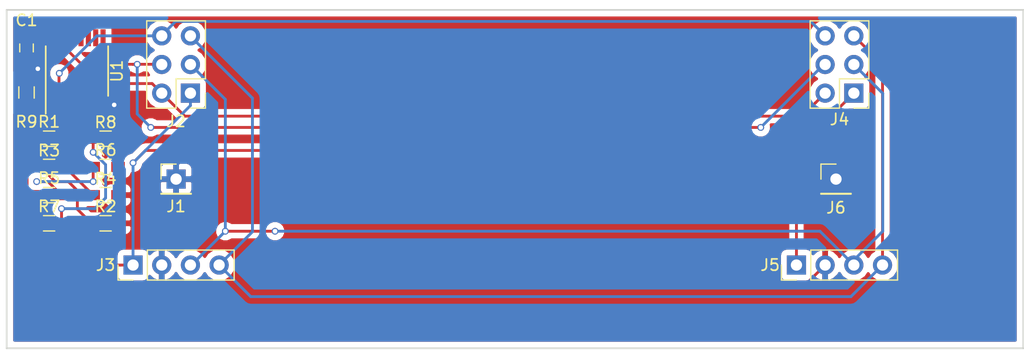
<source format=kicad_pcb>
(kicad_pcb (version 4) (host pcbnew 4.0.6)

  (general
    (links 40)
    (no_connects 1)
    (area 127.164999 53.504999 217.315001 83.655001)
    (thickness 1.6)
    (drawings 6)
    (tracks 131)
    (zones 0)
    (modules 17)
    (nets 19)
  )

  (page A4)
  (layers
    (0 F.Cu signal)
    (31 B.Cu signal)
    (32 B.Adhes user)
    (33 F.Adhes user)
    (34 B.Paste user)
    (35 F.Paste user)
    (36 B.SilkS user)
    (37 F.SilkS user)
    (38 B.Mask user)
    (39 F.Mask user)
    (40 Dwgs.User user)
    (41 Cmts.User user)
    (42 Eco1.User user)
    (43 Eco2.User user)
    (44 Edge.Cuts user)
    (45 Margin user)
    (46 B.CrtYd user)
    (47 F.CrtYd user)
    (48 B.Fab user)
    (49 F.Fab user)
  )

  (setup
    (last_trace_width 0.25)
    (trace_clearance 0.2)
    (zone_clearance 0.508)
    (zone_45_only no)
    (trace_min 0.2)
    (segment_width 0.2)
    (edge_width 0.15)
    (via_size 0.6)
    (via_drill 0.4)
    (via_min_size 0.4)
    (via_min_drill 0.3)
    (uvia_size 0.3)
    (uvia_drill 0.1)
    (uvias_allowed no)
    (uvia_min_size 0.2)
    (uvia_min_drill 0.1)
    (pcb_text_width 0.3)
    (pcb_text_size 1.5 1.5)
    (mod_edge_width 0.15)
    (mod_text_size 1 1)
    (mod_text_width 0.15)
    (pad_size 1.7 1.7)
    (pad_drill 1)
    (pad_to_mask_clearance 0.2)
    (aux_axis_origin 0 0)
    (visible_elements FFFFFF7F)
    (pcbplotparams
      (layerselection 0x00030_80000001)
      (usegerberextensions false)
      (excludeedgelayer true)
      (linewidth 0.100000)
      (plotframeref false)
      (viasonmask false)
      (mode 1)
      (useauxorigin false)
      (hpglpennumber 1)
      (hpglpenspeed 20)
      (hpglpendiameter 15)
      (hpglpenoverlay 2)
      (psnegative false)
      (psa4output false)
      (plotreference true)
      (plotvalue true)
      (plotinvisibletext false)
      (padsonsilk false)
      (subtractmaskfromsilk false)
      (outputformat 1)
      (mirror false)
      (drillshape 1)
      (scaleselection 1)
      (outputdirectory ""))
  )

  (net 0 "")
  (net 1 GND)
  (net 2 VCC)
  (net 3 /ID)
  (net 4 /D0)
  (net 5 /A0)
  (net 6 /D1)
  (net 7 /A1)
  (net 8 "Net-(R1-Pad2)")
  (net 9 "Net-(R3-Pad2)")
  (net 10 "Net-(R5-Pad2)")
  (net 11 "Net-(R7-Pad2)")
  (net 12 "Net-(R9-Pad1)")
  (net 13 "Net-(U1-Pad9)")
  (net 14 "Net-(U1-Pad10)")
  (net 15 "Net-(U1-Pad11)")
  (net 16 "Net-(U1-Pad12)")
  (net 17 "Net-(U1-Pad13)")
  (net 18 "Net-(U1-Pad15)")

  (net_class Default "Ceci est la Netclass par défaut"
    (clearance 0.2)
    (trace_width 0.25)
    (via_dia 0.6)
    (via_drill 0.4)
    (uvia_dia 0.3)
    (uvia_drill 0.1)
    (add_net /A0)
    (add_net /A1)
    (add_net /D0)
    (add_net /D1)
    (add_net /ID)
    (add_net GND)
    (add_net "Net-(R1-Pad2)")
    (add_net "Net-(R3-Pad2)")
    (add_net "Net-(R5-Pad2)")
    (add_net "Net-(R7-Pad2)")
    (add_net "Net-(R9-Pad1)")
    (add_net "Net-(U1-Pad10)")
    (add_net "Net-(U1-Pad11)")
    (add_net "Net-(U1-Pad12)")
    (add_net "Net-(U1-Pad13)")
    (add_net "Net-(U1-Pad15)")
    (add_net "Net-(U1-Pad9)")
    (add_net VCC)
  )

  (module Pin_Headers:Pin_Header_Straight_1x01_Pitch2.54mm (layer F.Cu) (tedit 58CD4EC1) (tstamp 58EE8E44)
    (at 142.24 68.58)
    (descr "Through hole straight pin header, 1x01, 2.54mm pitch, single row")
    (tags "Through hole pin header THT 1x01 2.54mm single row")
    (path /58EE9588)
    (fp_text reference J1 (at 0 2.42) (layer F.SilkS)
      (effects (font (size 1 1) (thickness 0.15)))
    )
    (fp_text value CONN_01X01 (at 0 2.33) (layer F.Fab)
      (effects (font (size 1 1) (thickness 0.15)))
    )
    (fp_line (start -1.27 -1.27) (end -1.27 1.27) (layer F.Fab) (width 0.1))
    (fp_line (start -1.27 1.27) (end 1.27 1.27) (layer F.Fab) (width 0.1))
    (fp_line (start 1.27 1.27) (end 1.27 -1.27) (layer F.Fab) (width 0.1))
    (fp_line (start 1.27 -1.27) (end -1.27 -1.27) (layer F.Fab) (width 0.1))
    (fp_line (start -1.33 1.27) (end -1.33 1.33) (layer F.SilkS) (width 0.12))
    (fp_line (start -1.33 1.33) (end 1.33 1.33) (layer F.SilkS) (width 0.12))
    (fp_line (start 1.33 1.33) (end 1.33 1.27) (layer F.SilkS) (width 0.12))
    (fp_line (start 1.33 1.27) (end -1.33 1.27) (layer F.SilkS) (width 0.12))
    (fp_line (start -1.33 0) (end -1.33 -1.33) (layer F.SilkS) (width 0.12))
    (fp_line (start -1.33 -1.33) (end 0 -1.33) (layer F.SilkS) (width 0.12))
    (fp_line (start -1.8 -1.8) (end -1.8 1.8) (layer F.CrtYd) (width 0.05))
    (fp_line (start -1.8 1.8) (end 1.8 1.8) (layer F.CrtYd) (width 0.05))
    (fp_line (start 1.8 1.8) (end 1.8 -1.8) (layer F.CrtYd) (width 0.05))
    (fp_line (start 1.8 -1.8) (end -1.8 -1.8) (layer F.CrtYd) (width 0.05))
    (fp_text user %R (at 0 2.42) (layer F.Fab)
      (effects (font (size 1 1) (thickness 0.15)))
    )
    (pad 1 thru_hole rect (at 0 0) (size 1.7 1.7) (drill 1) (layers *.Cu *.Mask)
      (net 1 GND))
    (model ${KISYS3DMOD}/Pin_Headers.3dshapes/Pin_Header_Straight_1x01_Pitch2.54mm.wrl
      (at (xyz 0 0 0))
      (scale (xyz 1 1 1))
      (rotate (xyz 0 0 90))
    )
  )

  (module Pin_Headers:Pin_Header_Straight_2x03_Pitch2.54mm (layer F.Cu) (tedit 58EE92D3) (tstamp 58EE8E4E)
    (at 143.51 60.96 180)
    (descr "Through hole straight pin header, 2x03, 2.54mm pitch, double rows")
    (tags "Through hole pin header THT 2x03 2.54mm double row")
    (path /58EE9727)
    (fp_text reference J2 (at 1.27 -2.5 180) (layer F.SilkS)
      (effects (font (size 1 1) (thickness 0.15)))
    )
    (fp_text value CONN_02X03 (at 1.27 7.41 180) (layer F.Fab)
      (effects (font (size 1 1) (thickness 0.15)))
    )
    (fp_line (start -1.27 -1.27) (end -1.27 6.35) (layer F.Fab) (width 0.1))
    (fp_line (start -1.27 6.35) (end 3.81 6.35) (layer F.Fab) (width 0.1))
    (fp_line (start 3.81 6.35) (end 3.81 -1.27) (layer F.Fab) (width 0.1))
    (fp_line (start 3.81 -1.27) (end -1.27 -1.27) (layer F.Fab) (width 0.1))
    (fp_line (start -1.33 1.27) (end -1.33 6.41) (layer F.SilkS) (width 0.12))
    (fp_line (start -1.33 6.41) (end 3.87 6.41) (layer F.SilkS) (width 0.12))
    (fp_line (start 3.87 6.41) (end 3.87 -1.33) (layer F.SilkS) (width 0.12))
    (fp_line (start 3.87 -1.33) (end 1.27 -1.33) (layer F.SilkS) (width 0.12))
    (fp_line (start 1.27 -1.33) (end 1.27 1.27) (layer F.SilkS) (width 0.12))
    (fp_line (start 1.27 1.27) (end -1.33 1.27) (layer F.SilkS) (width 0.12))
    (fp_line (start -1.33 0) (end -1.33 -1.33) (layer F.SilkS) (width 0.12))
    (fp_line (start -1.33 -1.33) (end 0 -1.33) (layer F.SilkS) (width 0.12))
    (fp_line (start -1.8 -1.8) (end -1.8 6.85) (layer F.CrtYd) (width 0.05))
    (fp_line (start -1.8 6.85) (end 4.35 6.85) (layer F.CrtYd) (width 0.05))
    (fp_line (start 4.35 6.85) (end 4.35 -1.8) (layer F.CrtYd) (width 0.05))
    (fp_line (start 4.35 -1.8) (end -1.8 -1.8) (layer F.CrtYd) (width 0.05))
    (fp_text user %R (at 1.27 -2.5 180) (layer F.Fab)
      (effects (font (size 1 1) (thickness 0.15)))
    )
    (pad 1 thru_hole rect (at 0 0 180) (size 1.7 1.7) (drill 1) (layers *.Cu *.Mask)
      (net 2 VCC))
    (pad 2 thru_hole oval (at 2.54 0 180) (size 1.7 1.7) (drill 1) (layers *.Cu *.Mask)
      (net 3 /ID))
    (pad 3 thru_hole oval (at 0 2.54 180) (size 1.7 1.7) (drill 1) (layers *.Cu *.Mask)
      (net 4 /D0))
    (pad 4 thru_hole oval (at 2.54 2.54 180) (size 1.7 1.7) (drill 1) (layers *.Cu *.Mask)
      (net 5 /A0))
    (pad 5 thru_hole oval (at 0 5.08 180) (size 1.7 1.7) (drill 1) (layers *.Cu *.Mask)
      (net 6 /D1))
    (pad 6 thru_hole oval (at 2.54 5.08 180) (size 1.7 1.7) (drill 1) (layers *.Cu *.Mask)
      (net 7 /A1))
    (model ${KISYS3DMOD}/Pin_Headers.3dshapes/Pin_Header_Straight_2x03_Pitch2.54mm.wrl
      (at (xyz 0.05 -0.1 0))
      (scale (xyz 1 1 1))
      (rotate (xyz 0 0 90))
    )
  )

  (module Resistors_SMD:R_0603_HandSoldering (layer F.Cu) (tedit 58E0A804) (tstamp 58EE8E54)
    (at 131 65)
    (descr "Resistor SMD 0603, hand soldering")
    (tags "resistor 0603")
    (path /58EE8B98)
    (attr smd)
    (fp_text reference R1 (at 0 -1.5) (layer F.SilkS)
      (effects (font (size 1 1) (thickness 0.15)))
    )
    (fp_text value R (at 0 1.55) (layer F.Fab)
      (effects (font (size 1 1) (thickness 0.15)))
    )
    (fp_text user %R (at 0 0) (layer F.Fab)
      (effects (font (size 0.5 0.5) (thickness 0.075)))
    )
    (fp_line (start -0.8 0.4) (end -0.8 -0.4) (layer F.Fab) (width 0.1))
    (fp_line (start 0.8 0.4) (end -0.8 0.4) (layer F.Fab) (width 0.1))
    (fp_line (start 0.8 -0.4) (end 0.8 0.4) (layer F.Fab) (width 0.1))
    (fp_line (start -0.8 -0.4) (end 0.8 -0.4) (layer F.Fab) (width 0.1))
    (fp_line (start 0.5 0.68) (end -0.5 0.68) (layer F.SilkS) (width 0.12))
    (fp_line (start -0.5 -0.68) (end 0.5 -0.68) (layer F.SilkS) (width 0.12))
    (fp_line (start -1.96 -0.7) (end 1.95 -0.7) (layer F.CrtYd) (width 0.05))
    (fp_line (start -1.96 -0.7) (end -1.96 0.7) (layer F.CrtYd) (width 0.05))
    (fp_line (start 1.95 0.7) (end 1.95 -0.7) (layer F.CrtYd) (width 0.05))
    (fp_line (start 1.95 0.7) (end -1.96 0.7) (layer F.CrtYd) (width 0.05))
    (pad 1 smd rect (at -1.1 0) (size 1.2 0.9) (layers F.Cu F.Paste F.Mask)
      (net 2 VCC))
    (pad 2 smd rect (at 1.1 0) (size 1.2 0.9) (layers F.Cu F.Paste F.Mask)
      (net 8 "Net-(R1-Pad2)"))
    (model ${KISYS3DMOD}/Resistors_SMD.3dshapes/R_0603.wrl
      (at (xyz 0 0 0))
      (scale (xyz 1 1 1))
      (rotate (xyz 0 0 0))
    )
  )

  (module Resistors_SMD:R_0603_HandSoldering (layer F.Cu) (tedit 58E0A804) (tstamp 58EE8E5A)
    (at 136 72.5)
    (descr "Resistor SMD 0603, hand soldering")
    (tags "resistor 0603")
    (path /58EE8A1B)
    (attr smd)
    (fp_text reference R2 (at 0 -1.5) (layer F.SilkS)
      (effects (font (size 1 1) (thickness 0.15)))
    )
    (fp_text value R (at 0 1.55) (layer F.Fab)
      (effects (font (size 1 1) (thickness 0.15)))
    )
    (fp_text user %R (at 0 0) (layer F.Fab)
      (effects (font (size 0.5 0.5) (thickness 0.075)))
    )
    (fp_line (start -0.8 0.4) (end -0.8 -0.4) (layer F.Fab) (width 0.1))
    (fp_line (start 0.8 0.4) (end -0.8 0.4) (layer F.Fab) (width 0.1))
    (fp_line (start 0.8 -0.4) (end 0.8 0.4) (layer F.Fab) (width 0.1))
    (fp_line (start -0.8 -0.4) (end 0.8 -0.4) (layer F.Fab) (width 0.1))
    (fp_line (start 0.5 0.68) (end -0.5 0.68) (layer F.SilkS) (width 0.12))
    (fp_line (start -0.5 -0.68) (end 0.5 -0.68) (layer F.SilkS) (width 0.12))
    (fp_line (start -1.96 -0.7) (end 1.95 -0.7) (layer F.CrtYd) (width 0.05))
    (fp_line (start -1.96 -0.7) (end -1.96 0.7) (layer F.CrtYd) (width 0.05))
    (fp_line (start 1.95 0.7) (end 1.95 -0.7) (layer F.CrtYd) (width 0.05))
    (fp_line (start 1.95 0.7) (end -1.96 0.7) (layer F.CrtYd) (width 0.05))
    (pad 1 smd rect (at -1.1 0) (size 1.2 0.9) (layers F.Cu F.Paste F.Mask)
      (net 8 "Net-(R1-Pad2)"))
    (pad 2 smd rect (at 1.1 0) (size 1.2 0.9) (layers F.Cu F.Paste F.Mask)
      (net 1 GND))
    (model ${KISYS3DMOD}/Resistors_SMD.3dshapes/R_0603.wrl
      (at (xyz 0 0 0))
      (scale (xyz 1 1 1))
      (rotate (xyz 0 0 0))
    )
  )

  (module Resistors_SMD:R_0603_HandSoldering (layer F.Cu) (tedit 58E0A804) (tstamp 58EE8E60)
    (at 131 67.5)
    (descr "Resistor SMD 0603, hand soldering")
    (tags "resistor 0603")
    (path /58EE8B6B)
    (attr smd)
    (fp_text reference R3 (at 0 -1.45) (layer F.SilkS)
      (effects (font (size 1 1) (thickness 0.15)))
    )
    (fp_text value R (at 0 1.55) (layer F.Fab)
      (effects (font (size 1 1) (thickness 0.15)))
    )
    (fp_text user %R (at 0 0) (layer F.Fab)
      (effects (font (size 0.5 0.5) (thickness 0.075)))
    )
    (fp_line (start -0.8 0.4) (end -0.8 -0.4) (layer F.Fab) (width 0.1))
    (fp_line (start 0.8 0.4) (end -0.8 0.4) (layer F.Fab) (width 0.1))
    (fp_line (start 0.8 -0.4) (end 0.8 0.4) (layer F.Fab) (width 0.1))
    (fp_line (start -0.8 -0.4) (end 0.8 -0.4) (layer F.Fab) (width 0.1))
    (fp_line (start 0.5 0.68) (end -0.5 0.68) (layer F.SilkS) (width 0.12))
    (fp_line (start -0.5 -0.68) (end 0.5 -0.68) (layer F.SilkS) (width 0.12))
    (fp_line (start -1.96 -0.7) (end 1.95 -0.7) (layer F.CrtYd) (width 0.05))
    (fp_line (start -1.96 -0.7) (end -1.96 0.7) (layer F.CrtYd) (width 0.05))
    (fp_line (start 1.95 0.7) (end 1.95 -0.7) (layer F.CrtYd) (width 0.05))
    (fp_line (start 1.95 0.7) (end -1.96 0.7) (layer F.CrtYd) (width 0.05))
    (pad 1 smd rect (at -1.1 0) (size 1.2 0.9) (layers F.Cu F.Paste F.Mask)
      (net 2 VCC))
    (pad 2 smd rect (at 1.1 0) (size 1.2 0.9) (layers F.Cu F.Paste F.Mask)
      (net 9 "Net-(R3-Pad2)"))
    (model ${KISYS3DMOD}/Resistors_SMD.3dshapes/R_0603.wrl
      (at (xyz 0 0 0))
      (scale (xyz 1 1 1))
      (rotate (xyz 0 0 0))
    )
  )

  (module Resistors_SMD:R_0603_HandSoldering (layer F.Cu) (tedit 58E0A804) (tstamp 58EE8E66)
    (at 136 70)
    (descr "Resistor SMD 0603, hand soldering")
    (tags "resistor 0603")
    (path /58EE8A72)
    (attr smd)
    (fp_text reference R4 (at 0 -1.45) (layer F.SilkS)
      (effects (font (size 1 1) (thickness 0.15)))
    )
    (fp_text value R (at 0 1.55) (layer F.Fab)
      (effects (font (size 1 1) (thickness 0.15)))
    )
    (fp_text user %R (at 0 0) (layer F.Fab)
      (effects (font (size 0.5 0.5) (thickness 0.075)))
    )
    (fp_line (start -0.8 0.4) (end -0.8 -0.4) (layer F.Fab) (width 0.1))
    (fp_line (start 0.8 0.4) (end -0.8 0.4) (layer F.Fab) (width 0.1))
    (fp_line (start 0.8 -0.4) (end 0.8 0.4) (layer F.Fab) (width 0.1))
    (fp_line (start -0.8 -0.4) (end 0.8 -0.4) (layer F.Fab) (width 0.1))
    (fp_line (start 0.5 0.68) (end -0.5 0.68) (layer F.SilkS) (width 0.12))
    (fp_line (start -0.5 -0.68) (end 0.5 -0.68) (layer F.SilkS) (width 0.12))
    (fp_line (start -1.96 -0.7) (end 1.95 -0.7) (layer F.CrtYd) (width 0.05))
    (fp_line (start -1.96 -0.7) (end -1.96 0.7) (layer F.CrtYd) (width 0.05))
    (fp_line (start 1.95 0.7) (end 1.95 -0.7) (layer F.CrtYd) (width 0.05))
    (fp_line (start 1.95 0.7) (end -1.96 0.7) (layer F.CrtYd) (width 0.05))
    (pad 1 smd rect (at -1.1 0) (size 1.2 0.9) (layers F.Cu F.Paste F.Mask)
      (net 9 "Net-(R3-Pad2)"))
    (pad 2 smd rect (at 1.1 0) (size 1.2 0.9) (layers F.Cu F.Paste F.Mask)
      (net 1 GND))
    (model ${KISYS3DMOD}/Resistors_SMD.3dshapes/R_0603.wrl
      (at (xyz 0 0 0))
      (scale (xyz 1 1 1))
      (rotate (xyz 0 0 0))
    )
  )

  (module Resistors_SMD:R_0603_HandSoldering (layer F.Cu) (tedit 58E0A804) (tstamp 58EE8E6C)
    (at 131 70)
    (descr "Resistor SMD 0603, hand soldering")
    (tags "resistor 0603")
    (path /58EE8B2E)
    (attr smd)
    (fp_text reference R5 (at 0 -1.5) (layer F.SilkS)
      (effects (font (size 1 1) (thickness 0.15)))
    )
    (fp_text value R (at 0 1.55) (layer F.Fab)
      (effects (font (size 1 1) (thickness 0.15)))
    )
    (fp_text user %R (at 0 0) (layer F.Fab)
      (effects (font (size 0.5 0.5) (thickness 0.075)))
    )
    (fp_line (start -0.8 0.4) (end -0.8 -0.4) (layer F.Fab) (width 0.1))
    (fp_line (start 0.8 0.4) (end -0.8 0.4) (layer F.Fab) (width 0.1))
    (fp_line (start 0.8 -0.4) (end 0.8 0.4) (layer F.Fab) (width 0.1))
    (fp_line (start -0.8 -0.4) (end 0.8 -0.4) (layer F.Fab) (width 0.1))
    (fp_line (start 0.5 0.68) (end -0.5 0.68) (layer F.SilkS) (width 0.12))
    (fp_line (start -0.5 -0.68) (end 0.5 -0.68) (layer F.SilkS) (width 0.12))
    (fp_line (start -1.96 -0.7) (end 1.95 -0.7) (layer F.CrtYd) (width 0.05))
    (fp_line (start -1.96 -0.7) (end -1.96 0.7) (layer F.CrtYd) (width 0.05))
    (fp_line (start 1.95 0.7) (end 1.95 -0.7) (layer F.CrtYd) (width 0.05))
    (fp_line (start 1.95 0.7) (end -1.96 0.7) (layer F.CrtYd) (width 0.05))
    (pad 1 smd rect (at -1.1 0) (size 1.2 0.9) (layers F.Cu F.Paste F.Mask)
      (net 2 VCC))
    (pad 2 smd rect (at 1.1 0) (size 1.2 0.9) (layers F.Cu F.Paste F.Mask)
      (net 10 "Net-(R5-Pad2)"))
    (model ${KISYS3DMOD}/Resistors_SMD.3dshapes/R_0603.wrl
      (at (xyz 0 0 0))
      (scale (xyz 1 1 1))
      (rotate (xyz 0 0 0))
    )
  )

  (module Resistors_SMD:R_0603_HandSoldering (layer F.Cu) (tedit 58E0A804) (tstamp 58EE8E72)
    (at 136 67.5)
    (descr "Resistor SMD 0603, hand soldering")
    (tags "resistor 0603")
    (path /58EE8A8D)
    (attr smd)
    (fp_text reference R6 (at 0 -1.5) (layer F.SilkS)
      (effects (font (size 1 1) (thickness 0.15)))
    )
    (fp_text value R (at 0 1.55) (layer F.Fab)
      (effects (font (size 1 1) (thickness 0.15)))
    )
    (fp_text user %R (at 0 0) (layer F.Fab)
      (effects (font (size 0.5 0.5) (thickness 0.075)))
    )
    (fp_line (start -0.8 0.4) (end -0.8 -0.4) (layer F.Fab) (width 0.1))
    (fp_line (start 0.8 0.4) (end -0.8 0.4) (layer F.Fab) (width 0.1))
    (fp_line (start 0.8 -0.4) (end 0.8 0.4) (layer F.Fab) (width 0.1))
    (fp_line (start -0.8 -0.4) (end 0.8 -0.4) (layer F.Fab) (width 0.1))
    (fp_line (start 0.5 0.68) (end -0.5 0.68) (layer F.SilkS) (width 0.12))
    (fp_line (start -0.5 -0.68) (end 0.5 -0.68) (layer F.SilkS) (width 0.12))
    (fp_line (start -1.96 -0.7) (end 1.95 -0.7) (layer F.CrtYd) (width 0.05))
    (fp_line (start -1.96 -0.7) (end -1.96 0.7) (layer F.CrtYd) (width 0.05))
    (fp_line (start 1.95 0.7) (end 1.95 -0.7) (layer F.CrtYd) (width 0.05))
    (fp_line (start 1.95 0.7) (end -1.96 0.7) (layer F.CrtYd) (width 0.05))
    (pad 1 smd rect (at -1.1 0) (size 1.2 0.9) (layers F.Cu F.Paste F.Mask)
      (net 10 "Net-(R5-Pad2)"))
    (pad 2 smd rect (at 1.1 0) (size 1.2 0.9) (layers F.Cu F.Paste F.Mask)
      (net 1 GND))
    (model ${KISYS3DMOD}/Resistors_SMD.3dshapes/R_0603.wrl
      (at (xyz 0 0 0))
      (scale (xyz 1 1 1))
      (rotate (xyz 0 0 0))
    )
  )

  (module Resistors_SMD:R_0603_HandSoldering (layer F.Cu) (tedit 58E0A804) (tstamp 58EE8E78)
    (at 131 72.5)
    (descr "Resistor SMD 0603, hand soldering")
    (tags "resistor 0603")
    (path /58EE8ADB)
    (attr smd)
    (fp_text reference R7 (at 0 -1.5) (layer F.SilkS)
      (effects (font (size 1 1) (thickness 0.15)))
    )
    (fp_text value R (at 0 1.55) (layer F.Fab)
      (effects (font (size 1 1) (thickness 0.15)))
    )
    (fp_text user %R (at 0 0) (layer F.Fab)
      (effects (font (size 0.5 0.5) (thickness 0.075)))
    )
    (fp_line (start -0.8 0.4) (end -0.8 -0.4) (layer F.Fab) (width 0.1))
    (fp_line (start 0.8 0.4) (end -0.8 0.4) (layer F.Fab) (width 0.1))
    (fp_line (start 0.8 -0.4) (end 0.8 0.4) (layer F.Fab) (width 0.1))
    (fp_line (start -0.8 -0.4) (end 0.8 -0.4) (layer F.Fab) (width 0.1))
    (fp_line (start 0.5 0.68) (end -0.5 0.68) (layer F.SilkS) (width 0.12))
    (fp_line (start -0.5 -0.68) (end 0.5 -0.68) (layer F.SilkS) (width 0.12))
    (fp_line (start -1.96 -0.7) (end 1.95 -0.7) (layer F.CrtYd) (width 0.05))
    (fp_line (start -1.96 -0.7) (end -1.96 0.7) (layer F.CrtYd) (width 0.05))
    (fp_line (start 1.95 0.7) (end 1.95 -0.7) (layer F.CrtYd) (width 0.05))
    (fp_line (start 1.95 0.7) (end -1.96 0.7) (layer F.CrtYd) (width 0.05))
    (pad 1 smd rect (at -1.1 0) (size 1.2 0.9) (layers F.Cu F.Paste F.Mask)
      (net 2 VCC))
    (pad 2 smd rect (at 1.1 0) (size 1.2 0.9) (layers F.Cu F.Paste F.Mask)
      (net 11 "Net-(R7-Pad2)"))
    (model ${KISYS3DMOD}/Resistors_SMD.3dshapes/R_0603.wrl
      (at (xyz 0 0 0))
      (scale (xyz 1 1 1))
      (rotate (xyz 0 0 0))
    )
  )

  (module Resistors_SMD:R_0603_HandSoldering (layer F.Cu) (tedit 58E0A804) (tstamp 58EE8E7E)
    (at 136 65)
    (descr "Resistor SMD 0603, hand soldering")
    (tags "resistor 0603")
    (path /58EE8AB0)
    (attr smd)
    (fp_text reference R8 (at 0 -1.45) (layer F.SilkS)
      (effects (font (size 1 1) (thickness 0.15)))
    )
    (fp_text value R (at 0 1.55) (layer F.Fab)
      (effects (font (size 1 1) (thickness 0.15)))
    )
    (fp_text user %R (at 0 0) (layer F.Fab)
      (effects (font (size 0.5 0.5) (thickness 0.075)))
    )
    (fp_line (start -0.8 0.4) (end -0.8 -0.4) (layer F.Fab) (width 0.1))
    (fp_line (start 0.8 0.4) (end -0.8 0.4) (layer F.Fab) (width 0.1))
    (fp_line (start 0.8 -0.4) (end 0.8 0.4) (layer F.Fab) (width 0.1))
    (fp_line (start -0.8 -0.4) (end 0.8 -0.4) (layer F.Fab) (width 0.1))
    (fp_line (start 0.5 0.68) (end -0.5 0.68) (layer F.SilkS) (width 0.12))
    (fp_line (start -0.5 -0.68) (end 0.5 -0.68) (layer F.SilkS) (width 0.12))
    (fp_line (start -1.96 -0.7) (end 1.95 -0.7) (layer F.CrtYd) (width 0.05))
    (fp_line (start -1.96 -0.7) (end -1.96 0.7) (layer F.CrtYd) (width 0.05))
    (fp_line (start 1.95 0.7) (end 1.95 -0.7) (layer F.CrtYd) (width 0.05))
    (fp_line (start 1.95 0.7) (end -1.96 0.7) (layer F.CrtYd) (width 0.05))
    (pad 1 smd rect (at -1.1 0) (size 1.2 0.9) (layers F.Cu F.Paste F.Mask)
      (net 11 "Net-(R7-Pad2)"))
    (pad 2 smd rect (at 1.1 0) (size 1.2 0.9) (layers F.Cu F.Paste F.Mask)
      (net 1 GND))
    (model ${KISYS3DMOD}/Resistors_SMD.3dshapes/R_0603.wrl
      (at (xyz 0 0 0))
      (scale (xyz 1 1 1))
      (rotate (xyz 0 0 0))
    )
  )

  (module Resistors_SMD:R_0603_HandSoldering (layer F.Cu) (tedit 58E0A804) (tstamp 58EE8E84)
    (at 129 60.9 90)
    (descr "Resistor SMD 0603, hand soldering")
    (tags "resistor 0603")
    (path /58EE927F)
    (attr smd)
    (fp_text reference R9 (at -2.6 0 180) (layer F.SilkS)
      (effects (font (size 1 1) (thickness 0.15)))
    )
    (fp_text value R (at 0 1.55 90) (layer F.Fab)
      (effects (font (size 1 1) (thickness 0.15)))
    )
    (fp_text user %R (at 0 0 90) (layer F.Fab)
      (effects (font (size 0.5 0.5) (thickness 0.075)))
    )
    (fp_line (start -0.8 0.4) (end -0.8 -0.4) (layer F.Fab) (width 0.1))
    (fp_line (start 0.8 0.4) (end -0.8 0.4) (layer F.Fab) (width 0.1))
    (fp_line (start 0.8 -0.4) (end 0.8 0.4) (layer F.Fab) (width 0.1))
    (fp_line (start -0.8 -0.4) (end 0.8 -0.4) (layer F.Fab) (width 0.1))
    (fp_line (start 0.5 0.68) (end -0.5 0.68) (layer F.SilkS) (width 0.12))
    (fp_line (start -0.5 -0.68) (end 0.5 -0.68) (layer F.SilkS) (width 0.12))
    (fp_line (start -1.96 -0.7) (end 1.95 -0.7) (layer F.CrtYd) (width 0.05))
    (fp_line (start -1.96 -0.7) (end -1.96 0.7) (layer F.CrtYd) (width 0.05))
    (fp_line (start 1.95 0.7) (end 1.95 -0.7) (layer F.CrtYd) (width 0.05))
    (fp_line (start 1.95 0.7) (end -1.96 0.7) (layer F.CrtYd) (width 0.05))
    (pad 1 smd rect (at -1.1 0 90) (size 1.2 0.9) (layers F.Cu F.Paste F.Mask)
      (net 12 "Net-(R9-Pad1)"))
    (pad 2 smd rect (at 1.1 0 90) (size 1.2 0.9) (layers F.Cu F.Paste F.Mask)
      (net 1 GND))
    (model ${KISYS3DMOD}/Resistors_SMD.3dshapes/R_0603.wrl
      (at (xyz 0 0 0))
      (scale (xyz 1 1 1))
      (rotate (xyz 0 0 0))
    )
  )

  (module Housings_SSOP:TSSOP-16_4.4x5mm_Pitch0.65mm (layer F.Cu) (tedit 54130A77) (tstamp 58EE8E98)
    (at 133.5 59 90)
    (descr "16-Lead Plastic Thin Shrink Small Outline (ST)-4.4 mm Body [TSSOP] (see Microchip Packaging Specification 00000049BS.pdf)")
    (tags "SSOP 0.65")
    (path /58EE8FE4)
    (attr smd)
    (fp_text reference U1 (at 0 3.5 90) (layer F.SilkS)
      (effects (font (size 1 1) (thickness 0.15)))
    )
    (fp_text value 74LS353 (at 0 3.55 90) (layer F.Fab)
      (effects (font (size 1 1) (thickness 0.15)))
    )
    (fp_line (start -1.2 -2.5) (end 2.2 -2.5) (layer F.Fab) (width 0.15))
    (fp_line (start 2.2 -2.5) (end 2.2 2.5) (layer F.Fab) (width 0.15))
    (fp_line (start 2.2 2.5) (end -2.2 2.5) (layer F.Fab) (width 0.15))
    (fp_line (start -2.2 2.5) (end -2.2 -1.5) (layer F.Fab) (width 0.15))
    (fp_line (start -2.2 -1.5) (end -1.2 -2.5) (layer F.Fab) (width 0.15))
    (fp_line (start -3.95 -2.9) (end -3.95 2.8) (layer F.CrtYd) (width 0.05))
    (fp_line (start 3.95 -2.9) (end 3.95 2.8) (layer F.CrtYd) (width 0.05))
    (fp_line (start -3.95 -2.9) (end 3.95 -2.9) (layer F.CrtYd) (width 0.05))
    (fp_line (start -3.95 2.8) (end 3.95 2.8) (layer F.CrtYd) (width 0.05))
    (fp_line (start -2.2 2.725) (end 2.2 2.725) (layer F.SilkS) (width 0.15))
    (fp_line (start -3.775 -2.8) (end 2.2 -2.8) (layer F.SilkS) (width 0.15))
    (fp_text user %R (at 0 0 90) (layer F.Fab)
      (effects (font (size 0.8 0.8) (thickness 0.15)))
    )
    (pad 1 smd rect (at -2.95 -2.275 90) (size 1.5 0.45) (layers F.Cu F.Paste F.Mask)
      (net 12 "Net-(R9-Pad1)"))
    (pad 2 smd rect (at -2.95 -1.625 90) (size 1.5 0.45) (layers F.Cu F.Paste F.Mask)
      (net 7 /A1))
    (pad 3 smd rect (at -2.95 -0.975 90) (size 1.5 0.45) (layers F.Cu F.Paste F.Mask)
      (net 8 "Net-(R1-Pad2)"))
    (pad 4 smd rect (at -2.95 -0.325 90) (size 1.5 0.45) (layers F.Cu F.Paste F.Mask)
      (net 9 "Net-(R3-Pad2)"))
    (pad 5 smd rect (at -2.95 0.325 90) (size 1.5 0.45) (layers F.Cu F.Paste F.Mask)
      (net 10 "Net-(R5-Pad2)"))
    (pad 6 smd rect (at -2.95 0.975 90) (size 1.5 0.45) (layers F.Cu F.Paste F.Mask)
      (net 11 "Net-(R7-Pad2)"))
    (pad 7 smd rect (at -2.95 1.625 90) (size 1.5 0.45) (layers F.Cu F.Paste F.Mask)
      (net 3 /ID))
    (pad 8 smd rect (at -2.95 2.275 90) (size 1.5 0.45) (layers F.Cu F.Paste F.Mask)
      (net 1 GND))
    (pad 9 smd rect (at 2.95 2.275 90) (size 1.5 0.45) (layers F.Cu F.Paste F.Mask)
      (net 13 "Net-(U1-Pad9)"))
    (pad 10 smd rect (at 2.95 1.625 90) (size 1.5 0.45) (layers F.Cu F.Paste F.Mask)
      (net 14 "Net-(U1-Pad10)"))
    (pad 11 smd rect (at 2.95 0.975 90) (size 1.5 0.45) (layers F.Cu F.Paste F.Mask)
      (net 15 "Net-(U1-Pad11)"))
    (pad 12 smd rect (at 2.95 0.325 90) (size 1.5 0.45) (layers F.Cu F.Paste F.Mask)
      (net 16 "Net-(U1-Pad12)"))
    (pad 13 smd rect (at 2.95 -0.325 90) (size 1.5 0.45) (layers F.Cu F.Paste F.Mask)
      (net 17 "Net-(U1-Pad13)"))
    (pad 14 smd rect (at 2.95 -0.975 90) (size 1.5 0.45) (layers F.Cu F.Paste F.Mask)
      (net 5 /A0))
    (pad 15 smd rect (at 2.95 -1.625 90) (size 1.5 0.45) (layers F.Cu F.Paste F.Mask)
      (net 18 "Net-(U1-Pad15)"))
    (pad 16 smd rect (at 2.95 -2.275 90) (size 1.5 0.45) (layers F.Cu F.Paste F.Mask)
      (net 2 VCC))
    (model ${KISYS3DMOD}/Housings_SSOP.3dshapes/TSSOP-16_4.4x5mm_Pitch0.65mm.wrl
      (at (xyz 0 0 0))
      (scale (xyz 1 1 1))
      (rotate (xyz 0 0 0))
    )
  )

  (module Pin_Headers:Pin_Header_Straight_1x04_Pitch2.54mm (layer F.Cu) (tedit 58CD4EC1) (tstamp 58EE943B)
    (at 138.43 76.2 90)
    (descr "Through hole straight pin header, 1x04, 2.54mm pitch, single row")
    (tags "Through hole pin header THT 1x04 2.54mm single row")
    (path /58EEA1C3)
    (fp_text reference J3 (at 0 -2.43 180) (layer F.SilkS)
      (effects (font (size 1 1) (thickness 0.15)))
    )
    (fp_text value CONN_01X04 (at 0 9.95 90) (layer F.Fab)
      (effects (font (size 1 1) (thickness 0.15)))
    )
    (fp_line (start -1.27 -1.27) (end -1.27 8.89) (layer F.Fab) (width 0.1))
    (fp_line (start -1.27 8.89) (end 1.27 8.89) (layer F.Fab) (width 0.1))
    (fp_line (start 1.27 8.89) (end 1.27 -1.27) (layer F.Fab) (width 0.1))
    (fp_line (start 1.27 -1.27) (end -1.27 -1.27) (layer F.Fab) (width 0.1))
    (fp_line (start -1.33 1.27) (end -1.33 8.95) (layer F.SilkS) (width 0.12))
    (fp_line (start -1.33 8.95) (end 1.33 8.95) (layer F.SilkS) (width 0.12))
    (fp_line (start 1.33 8.95) (end 1.33 1.27) (layer F.SilkS) (width 0.12))
    (fp_line (start 1.33 1.27) (end -1.33 1.27) (layer F.SilkS) (width 0.12))
    (fp_line (start -1.33 0) (end -1.33 -1.33) (layer F.SilkS) (width 0.12))
    (fp_line (start -1.33 -1.33) (end 0 -1.33) (layer F.SilkS) (width 0.12))
    (fp_line (start -1.8 -1.8) (end -1.8 9.4) (layer F.CrtYd) (width 0.05))
    (fp_line (start -1.8 9.4) (end 1.8 9.4) (layer F.CrtYd) (width 0.05))
    (fp_line (start 1.8 9.4) (end 1.8 -1.8) (layer F.CrtYd) (width 0.05))
    (fp_line (start 1.8 -1.8) (end -1.8 -1.8) (layer F.CrtYd) (width 0.05))
    (fp_text user %R (at 0 -2.43 180) (layer F.Fab)
      (effects (font (size 1 1) (thickness 0.15)))
    )
    (pad 1 thru_hole rect (at 0 0 90) (size 1.7 1.7) (drill 1) (layers *.Cu *.Mask)
      (net 2 VCC))
    (pad 2 thru_hole oval (at 0 2.54 90) (size 1.7 1.7) (drill 1) (layers *.Cu *.Mask)
      (net 1 GND))
    (pad 3 thru_hole oval (at 0 5.08 90) (size 1.7 1.7) (drill 1) (layers *.Cu *.Mask)
      (net 4 /D0))
    (pad 4 thru_hole oval (at 0 7.62 90) (size 1.7 1.7) (drill 1) (layers *.Cu *.Mask)
      (net 6 /D1))
    (model ${KISYS3DMOD}/Pin_Headers.3dshapes/Pin_Header_Straight_1x04_Pitch2.54mm.wrl
      (at (xyz 0 -0.15 0))
      (scale (xyz 1 1 1))
      (rotate (xyz 0 0 90))
    )
  )

  (module Capacitors_SMD:C_0603_HandSoldering (layer F.Cu) (tedit 58AA848B) (tstamp 58EE9C99)
    (at 129 56.95 270)
    (descr "Capacitor SMD 0603, hand soldering")
    (tags "capacitor 0603")
    (path /58EEA776)
    (attr smd)
    (fp_text reference C1 (at -2.45 0 360) (layer F.SilkS)
      (effects (font (size 1 1) (thickness 0.15)))
    )
    (fp_text value C (at 0 1.5 270) (layer F.Fab)
      (effects (font (size 1 1) (thickness 0.15)))
    )
    (fp_text user %R (at 0 -1.25 270) (layer F.Fab)
      (effects (font (size 1 1) (thickness 0.15)))
    )
    (fp_line (start -0.8 0.4) (end -0.8 -0.4) (layer F.Fab) (width 0.1))
    (fp_line (start 0.8 0.4) (end -0.8 0.4) (layer F.Fab) (width 0.1))
    (fp_line (start 0.8 -0.4) (end 0.8 0.4) (layer F.Fab) (width 0.1))
    (fp_line (start -0.8 -0.4) (end 0.8 -0.4) (layer F.Fab) (width 0.1))
    (fp_line (start -0.35 -0.6) (end 0.35 -0.6) (layer F.SilkS) (width 0.12))
    (fp_line (start 0.35 0.6) (end -0.35 0.6) (layer F.SilkS) (width 0.12))
    (fp_line (start -1.8 -0.65) (end 1.8 -0.65) (layer F.CrtYd) (width 0.05))
    (fp_line (start -1.8 -0.65) (end -1.8 0.65) (layer F.CrtYd) (width 0.05))
    (fp_line (start 1.8 0.65) (end 1.8 -0.65) (layer F.CrtYd) (width 0.05))
    (fp_line (start 1.8 0.65) (end -1.8 0.65) (layer F.CrtYd) (width 0.05))
    (pad 1 smd rect (at -0.95 0 270) (size 1.2 0.75) (layers F.Cu F.Paste F.Mask)
      (net 2 VCC))
    (pad 2 smd rect (at 0.95 0 270) (size 1.2 0.75) (layers F.Cu F.Paste F.Mask)
      (net 1 GND))
    (model Capacitors_SMD.3dshapes/C_0603.wrl
      (at (xyz 0 0 0))
      (scale (xyz 1 1 1))
      (rotate (xyz 0 0 0))
    )
  )

  (module Pin_Headers:Pin_Header_Straight_2x03_Pitch2.54mm (layer F.Cu) (tedit 58CD4EC5) (tstamp 58EF3D3F)
    (at 202.24 60.96 180)
    (descr "Through hole straight pin header, 2x03, 2.54mm pitch, double rows")
    (tags "Through hole pin header THT 2x03 2.54mm double row")
    (path /58EF3C34)
    (fp_text reference J4 (at 1.27 -2.33 180) (layer F.SilkS)
      (effects (font (size 1 1) (thickness 0.15)))
    )
    (fp_text value CONN_02X03 (at 1.27 7.41 180) (layer F.Fab)
      (effects (font (size 1 1) (thickness 0.15)))
    )
    (fp_line (start -1.27 -1.27) (end -1.27 6.35) (layer F.Fab) (width 0.1))
    (fp_line (start -1.27 6.35) (end 3.81 6.35) (layer F.Fab) (width 0.1))
    (fp_line (start 3.81 6.35) (end 3.81 -1.27) (layer F.Fab) (width 0.1))
    (fp_line (start 3.81 -1.27) (end -1.27 -1.27) (layer F.Fab) (width 0.1))
    (fp_line (start -1.33 1.27) (end -1.33 6.41) (layer F.SilkS) (width 0.12))
    (fp_line (start -1.33 6.41) (end 3.87 6.41) (layer F.SilkS) (width 0.12))
    (fp_line (start 3.87 6.41) (end 3.87 -1.33) (layer F.SilkS) (width 0.12))
    (fp_line (start 3.87 -1.33) (end 1.27 -1.33) (layer F.SilkS) (width 0.12))
    (fp_line (start 1.27 -1.33) (end 1.27 1.27) (layer F.SilkS) (width 0.12))
    (fp_line (start 1.27 1.27) (end -1.33 1.27) (layer F.SilkS) (width 0.12))
    (fp_line (start -1.33 0) (end -1.33 -1.33) (layer F.SilkS) (width 0.12))
    (fp_line (start -1.33 -1.33) (end 0 -1.33) (layer F.SilkS) (width 0.12))
    (fp_line (start -1.8 -1.8) (end -1.8 6.85) (layer F.CrtYd) (width 0.05))
    (fp_line (start -1.8 6.85) (end 4.35 6.85) (layer F.CrtYd) (width 0.05))
    (fp_line (start 4.35 6.85) (end 4.35 -1.8) (layer F.CrtYd) (width 0.05))
    (fp_line (start 4.35 -1.8) (end -1.8 -1.8) (layer F.CrtYd) (width 0.05))
    (fp_text user %R (at 1.27 -2.33 180) (layer F.Fab)
      (effects (font (size 1 1) (thickness 0.15)))
    )
    (pad 1 thru_hole rect (at 0 0 180) (size 1.7 1.7) (drill 1) (layers *.Cu *.Mask)
      (net 2 VCC))
    (pad 2 thru_hole oval (at 2.54 0 180) (size 1.7 1.7) (drill 1) (layers *.Cu *.Mask)
      (net 3 /ID))
    (pad 3 thru_hole oval (at 0 2.54 180) (size 1.7 1.7) (drill 1) (layers *.Cu *.Mask)
      (net 4 /D0))
    (pad 4 thru_hole oval (at 2.54 2.54 180) (size 1.7 1.7) (drill 1) (layers *.Cu *.Mask)
      (net 5 /A0))
    (pad 5 thru_hole oval (at 0 5.08 180) (size 1.7 1.7) (drill 1) (layers *.Cu *.Mask)
      (net 6 /D1))
    (pad 6 thru_hole oval (at 2.54 5.08 180) (size 1.7 1.7) (drill 1) (layers *.Cu *.Mask)
      (net 7 /A1))
    (model ${KISYS3DMOD}/Pin_Headers.3dshapes/Pin_Header_Straight_2x03_Pitch2.54mm.wrl
      (at (xyz 0.05 -0.1 0))
      (scale (xyz 1 1 1))
      (rotate (xyz 0 0 90))
    )
  )

  (module Pin_Headers:Pin_Header_Straight_1x04_Pitch2.54mm (layer F.Cu) (tedit 58EF463A) (tstamp 58EF3D56)
    (at 197.16 76.2 90)
    (descr "Through hole straight pin header, 1x04, 2.54mm pitch, single row")
    (tags "Through hole pin header THT 1x04 2.54mm single row")
    (path /58EF3CA1)
    (fp_text reference J5 (at 0 -2.33 180) (layer F.SilkS)
      (effects (font (size 1 1) (thickness 0.15)))
    )
    (fp_text value CONN_01X04 (at 0 9.95 90) (layer F.Fab)
      (effects (font (size 1 1) (thickness 0.15)))
    )
    (fp_line (start -1.27 -1.27) (end -1.27 8.89) (layer F.Fab) (width 0.1))
    (fp_line (start -1.27 8.89) (end 1.27 8.89) (layer F.Fab) (width 0.1))
    (fp_line (start 1.27 8.89) (end 1.27 -1.27) (layer F.Fab) (width 0.1))
    (fp_line (start 1.27 -1.27) (end -1.27 -1.27) (layer F.Fab) (width 0.1))
    (fp_line (start -1.33 1.27) (end -1.33 8.95) (layer F.SilkS) (width 0.12))
    (fp_line (start -1.33 8.95) (end 1.33 8.95) (layer F.SilkS) (width 0.12))
    (fp_line (start 1.33 8.95) (end 1.33 1.27) (layer F.SilkS) (width 0.12))
    (fp_line (start 1.33 1.27) (end -1.33 1.27) (layer F.SilkS) (width 0.12))
    (fp_line (start -1.33 0) (end -1.33 -1.33) (layer F.SilkS) (width 0.12))
    (fp_line (start -1.33 -1.33) (end 0 -1.33) (layer F.SilkS) (width 0.12))
    (fp_line (start -1.8 -1.8) (end -1.8 9.4) (layer F.CrtYd) (width 0.05))
    (fp_line (start -1.8 9.4) (end 1.8 9.4) (layer F.CrtYd) (width 0.05))
    (fp_line (start 1.8 9.4) (end 1.8 -1.8) (layer F.CrtYd) (width 0.05))
    (fp_line (start 1.8 -1.8) (end -1.8 -1.8) (layer F.CrtYd) (width 0.05))
    (fp_text user %R (at 0 -2.33 180) (layer F.Fab)
      (effects (font (size 1 1) (thickness 0.15)))
    )
    (pad 1 thru_hole rect (at 0 0 90) (size 1.7 1.7) (drill 1) (layers *.Cu *.Mask)
      (net 2 VCC))
    (pad 2 thru_hole oval (at 0 2.54 90) (size 1.7 1.7) (drill 1) (layers *.Cu *.Mask)
      (net 1 GND))
    (pad 3 thru_hole oval (at 0 5.08 90) (size 1.7 1.7) (drill 1) (layers *.Cu *.Mask)
      (net 4 /D0))
    (pad 4 thru_hole oval (at 0 7.62 90) (size 1.7 1.7) (drill 1) (layers *.Cu *.Mask)
      (net 6 /D1))
    (model ${KISYS3DMOD}/Pin_Headers.3dshapes/Pin_Header_Straight_1x04_Pitch2.54mm.wrl
      (at (xyz 0 -0.15 0))
      (scale (xyz 1 1 1))
      (rotate (xyz 0 0 90))
    )
  )

  (module Pin_Headers:Pin_Header_Straight_1x01_Pitch2.54mm (layer F.Cu) (tedit 58EF4635) (tstamp 58EF4660)
    (at 200.66 68.58)
    (descr "Through hole straight pin header, 1x01, 2.54mm pitch, single row")
    (tags "Through hole pin header THT 1x01 2.54mm single row")
    (path /58EF46F5)
    (fp_text reference J6 (at 0 2.54) (layer F.SilkS)
      (effects (font (size 1 1) (thickness 0.15)))
    )
    (fp_text value CONN_01X01 (at 7.62 0) (layer F.Fab)
      (effects (font (size 1 1) (thickness 0.15)))
    )
    (fp_line (start -1.27 -1.27) (end -1.27 1.27) (layer F.Fab) (width 0.1))
    (fp_line (start -1.27 1.27) (end 1.27 1.27) (layer F.Fab) (width 0.1))
    (fp_line (start 1.27 1.27) (end 1.27 -1.27) (layer F.Fab) (width 0.1))
    (fp_line (start 1.27 -1.27) (end -1.27 -1.27) (layer F.Fab) (width 0.1))
    (fp_line (start -1.33 1.27) (end -1.33 1.33) (layer F.SilkS) (width 0.12))
    (fp_line (start -1.33 1.33) (end 1.33 1.33) (layer F.SilkS) (width 0.12))
    (fp_line (start 1.33 1.33) (end 1.33 1.27) (layer F.SilkS) (width 0.12))
    (fp_line (start 1.33 1.27) (end -1.33 1.27) (layer F.SilkS) (width 0.12))
    (fp_line (start -1.33 0) (end -1.33 -1.33) (layer F.SilkS) (width 0.12))
    (fp_line (start -1.33 -1.33) (end 0 -1.33) (layer F.SilkS) (width 0.12))
    (fp_line (start -1.8 -1.8) (end -1.8 1.8) (layer F.CrtYd) (width 0.05))
    (fp_line (start -1.8 1.8) (end 1.8 1.8) (layer F.CrtYd) (width 0.05))
    (fp_line (start 1.8 1.8) (end 1.8 -1.8) (layer F.CrtYd) (width 0.05))
    (fp_line (start 1.8 -1.8) (end -1.8 -1.8) (layer F.CrtYd) (width 0.05))
    (fp_text user %R (at 0 2.54) (layer F.Fab)
      (effects (font (size 1 1) (thickness 0.15)))
    )
    (pad 1 thru_hole rect (at 0 0) (size 1.7 1.7) (drill 1) (layers *.Cu *.Mask)
      (net 1 GND))
    (model ${KISYS3DMOD}/Pin_Headers.3dshapes/Pin_Header_Straight_1x01_Pitch2.54mm.wrl
      (at (xyz 0 0 0))
      (scale (xyz 1 1 1))
      (rotate (xyz 0 0 90))
    )
  )

  (gr_line (start 142.24 66.04) (end 142.24 71.12) (angle 90) (layer F.Mask) (width 0.2))
  (gr_line (start 139.7 68.58) (end 144.78 68.58) (angle 90) (layer F.Mask) (width 0.2))
  (gr_line (start 127.24 53.58) (end 217.24 53.58) (layer Edge.Cuts) (width 0.15))
  (gr_line (start 127.24 83.58) (end 217.24 83.58) (layer Edge.Cuts) (width 0.15))
  (gr_line (start 127.24 53.58) (end 127.24 83.58) (layer Edge.Cuts) (width 0.15))
  (gr_line (start 217.24 53.58) (end 217.24 83.58) (layer Edge.Cuts) (width 0.15))

  (segment (start 142.24 68.58) (end 148.58 68.58) (width 0.25) (layer F.Cu) (net 1))
  (segment (start 148.58 68.58) (end 159 79) (width 0.25) (layer F.Cu) (net 1))
  (segment (start 159 79) (end 196.9 79) (width 0.25) (layer F.Cu) (net 1))
  (segment (start 196.9 79) (end 199.7 76.2) (width 0.25) (layer F.Cu) (net 1))
  (segment (start 136.76 62) (end 135.825 62) (width 0.25) (layer F.Cu) (net 1))
  (segment (start 135.825 62) (end 135.775 61.95) (width 0.25) (layer F.Cu) (net 1))
  (via (at 136.76 62) (size 0.6) (drill 0.4) (layers F.Cu B.Cu) (net 1))
  (segment (start 142.24 68.58) (end 142.24 67.48) (width 0.25) (layer B.Cu) (net 1))
  (segment (start 136.76 62) (end 133.2 62) (width 0.25) (layer B.Cu) (net 1))
  (segment (start 129 58.8) (end 130 58.8) (width 0.25) (layer F.Cu) (net 1))
  (via (at 130 58.8) (size 0.6) (drill 0.4) (layers F.Cu B.Cu) (net 1))
  (segment (start 130 58.8) (end 133.2 62) (width 0.25) (layer B.Cu) (net 1) (tstamp 58EF20B7))
  (segment (start 129 59.8) (end 129 58.8) (width 0.25) (layer F.Cu) (net 1))
  (segment (start 129 58.8) (end 129 57.9) (width 0.25) (layer F.Cu) (net 1) (tstamp 58EF20B3))
  (segment (start 197.16 66.04) (end 139.53 66.04) (width 0.25) (layer F.Cu) (net 2))
  (segment (start 139.53 66.04) (end 138.43 67.14) (width 0.25) (layer F.Cu) (net 2))
  (via (at 138.43 67.14) (size 0.6) (drill 0.4) (layers F.Cu B.Cu) (net 2))
  (segment (start 197.16 76.2) (end 197.16 66.04) (width 0.25) (layer F.Cu) (net 2))
  (segment (start 197.16 66.04) (end 202.24 60.96) (width 0.25) (layer F.Cu) (net 2))
  (segment (start 138.43 76.2) (end 138.43 67.14) (width 0.25) (layer B.Cu) (net 2))
  (segment (start 138.43 67.14) (end 143.51 62.06) (width 0.25) (layer B.Cu) (net 2))
  (segment (start 143.51 62.06) (end 143.51 60.96) (width 0.25) (layer B.Cu) (net 2))
  (segment (start 129 56) (end 131.175 56) (width 0.25) (layer F.Cu) (net 2))
  (segment (start 131.175 56) (end 131.225 56.05) (width 0.25) (layer F.Cu) (net 2))
  (segment (start 129.9 70) (end 129.75 70) (width 0.25) (layer F.Cu) (net 2))
  (segment (start 129.75 70) (end 129.05 69.3) (width 0.25) (layer F.Cu) (net 2))
  (segment (start 129.05 69.3) (end 129.05 68.2) (width 0.25) (layer F.Cu) (net 2))
  (segment (start 129.05 68.2) (end 129.75 67.5) (width 0.25) (layer F.Cu) (net 2))
  (segment (start 129.75 67.5) (end 129.9 67.5) (width 0.25) (layer F.Cu) (net 2))
  (segment (start 129.9 67.5) (end 129.9 66.8) (width 0.25) (layer F.Cu) (net 2))
  (segment (start 129.9 66.8) (end 129.9 65) (width 0.25) (layer F.Cu) (net 2))
  (segment (start 129.9 72.5) (end 129.9 70) (width 0.25) (layer F.Cu) (net 2))
  (segment (start 129.4 72.5) (end 129.4 73.2) (width 0.25) (layer F.Cu) (net 2))
  (segment (start 129.4 73.2) (end 132.4 76.2) (width 0.25) (layer F.Cu) (net 2))
  (segment (start 132.4 76.2) (end 137.33 76.2) (width 0.25) (layer F.Cu) (net 2))
  (segment (start 137.33 76.2) (end 138.43 76.2) (width 0.25) (layer F.Cu) (net 2))
  (segment (start 140.97 60.96) (end 143.01 63) (width 0.25) (layer F.Cu) (net 3))
  (segment (start 143.01 63) (end 197.66 63) (width 0.25) (layer F.Cu) (net 3))
  (segment (start 197.66 63) (end 198.850001 61.809999) (width 0.25) (layer F.Cu) (net 3))
  (segment (start 198.850001 61.809999) (end 199.7 60.96) (width 0.25) (layer F.Cu) (net 3))
  (segment (start 135.125 61.95) (end 135.125 60.95) (width 0.25) (layer F.Cu) (net 3))
  (segment (start 140.120001 60.110001) (end 140.97 60.96) (width 0.25) (layer F.Cu) (net 3))
  (segment (start 135.964999 60.110001) (end 140.120001 60.110001) (width 0.25) (layer F.Cu) (net 3))
  (segment (start 135.125 60.95) (end 135.964999 60.110001) (width 0.25) (layer F.Cu) (net 3))
  (segment (start 202.24 58.42) (end 204.8 60.98) (width 0.25) (layer B.Cu) (net 4))
  (segment (start 204.8 60.98) (end 204.8 73.2) (width 0.25) (layer B.Cu) (net 4))
  (segment (start 204.8 73.2) (end 202.24 75.76) (width 0.25) (layer B.Cu) (net 4))
  (segment (start 202.24 75.76) (end 202.24 76.2) (width 0.25) (layer B.Cu) (net 4))
  (segment (start 151 73.2) (end 199.24 73.2) (width 0.25) (layer B.Cu) (net 4))
  (segment (start 199.24 73.2) (end 202.24 76.2) (width 0.25) (layer B.Cu) (net 4))
  (segment (start 149 73.2) (end 151 73.2) (width 0.25) (layer F.Cu) (net 4))
  (via (at 151 73.2) (size 0.6) (drill 0.4) (layers F.Cu B.Cu) (net 4))
  (segment (start 146.6 73.2) (end 149 73.2) (width 0.25) (layer F.Cu) (net 4))
  (via (at 146.6 73.2) (size 0.6) (drill 0.4) (layers F.Cu B.Cu) (net 4))
  (segment (start 143.51 76.2) (end 143.6 76.2) (width 0.25) (layer B.Cu) (net 4))
  (segment (start 143.6 76.2) (end 146.6 73.2) (width 0.25) (layer B.Cu) (net 4) (tstamp 58EF203B))
  (segment (start 146.6 61.51) (end 143.51 58.42) (width 0.25) (layer B.Cu) (net 4) (tstamp 58EF2048))
  (segment (start 146.6 73.2) (end 146.6 61.51) (width 0.25) (layer B.Cu) (net 4) (tstamp 58EF2042))
  (segment (start 194 64) (end 199.58 58.42) (width 0.25) (layer B.Cu) (net 5))
  (segment (start 199.58 58.42) (end 199.7 58.42) (width 0.25) (layer B.Cu) (net 5))
  (segment (start 140 64) (end 194 64) (width 0.25) (layer F.Cu) (net 5))
  (via (at 194 64) (size 0.6) (drill 0.4) (layers F.Cu B.Cu) (net 5))
  (segment (start 138.8 58.4) (end 138.8 62.8) (width 0.25) (layer B.Cu) (net 5))
  (segment (start 138.8 62.8) (end 140 64) (width 0.25) (layer B.Cu) (net 5))
  (via (at 140 64) (size 0.6) (drill 0.4) (layers F.Cu B.Cu) (net 5))
  (segment (start 138.4 58.4) (end 140.95 58.4) (width 0.25) (layer F.Cu) (net 5))
  (segment (start 133.875 58.4) (end 138.4 58.4) (width 0.25) (layer F.Cu) (net 5))
  (segment (start 138.4 58.4) (end 138.8 58.4) (width 0.25) (layer F.Cu) (net 5))
  (via (at 138.8 58.4) (size 0.6) (drill 0.4) (layers F.Cu B.Cu) (net 5))
  (segment (start 132.525 56.05) (end 132.525 57.05) (width 0.25) (layer F.Cu) (net 5))
  (segment (start 132.525 57.05) (end 133.875 58.4) (width 0.25) (layer F.Cu) (net 5))
  (segment (start 140.95 58.4) (end 140.97 58.42) (width 0.25) (layer F.Cu) (net 5))
  (segment (start 204.78 76.2) (end 204.78 58.42) (width 0.25) (layer F.Cu) (net 6))
  (segment (start 204.78 58.42) (end 202.24 55.88) (width 0.25) (layer F.Cu) (net 6))
  (segment (start 148.85 79) (end 201.98 79) (width 0.25) (layer B.Cu) (net 6))
  (segment (start 201.98 79) (end 204.78 76.2) (width 0.25) (layer B.Cu) (net 6))
  (segment (start 146.05 76.2) (end 148.85 79) (width 0.25) (layer B.Cu) (net 6))
  (segment (start 143.51 55.88) (end 143.51 55.91) (width 0.25) (layer B.Cu) (net 6))
  (segment (start 143.51 55.91) (end 149 61.4) (width 0.25) (layer B.Cu) (net 6) (tstamp 58EF1FF9))
  (segment (start 149 73.25) (end 146.05 76.2) (width 0.25) (layer B.Cu) (net 6) (tstamp 58EF2006))
  (segment (start 149 61.4) (end 149 73.25) (width 0.25) (layer B.Cu) (net 6) (tstamp 58EF1FFE))
  (segment (start 140.97 55.88) (end 140.97 55.83) (width 0.25) (layer B.Cu) (net 7))
  (segment (start 140.97 55.83) (end 142.2 54.6) (width 0.25) (layer B.Cu) (net 7) (tstamp 58EF4570))
  (segment (start 198.42 54.6) (end 199.7 55.88) (width 0.25) (layer B.Cu) (net 7) (tstamp 58EF457D))
  (segment (start 142.2 54.6) (end 198.42 54.6) (width 0.25) (layer B.Cu) (net 7) (tstamp 58EF4575))
  (segment (start 131.9 59.2) (end 135.22 55.88) (width 0.25) (layer B.Cu) (net 7))
  (segment (start 135.22 55.88) (end 140.97 55.88) (width 0.25) (layer B.Cu) (net 7))
  (segment (start 131.875 61.95) (end 131.875 59.225) (width 0.25) (layer F.Cu) (net 7))
  (segment (start 131.875 59.225) (end 131.9 59.2) (width 0.25) (layer F.Cu) (net 7))
  (via (at 131.9 59.2) (size 0.6) (drill 0.4) (layers F.Cu B.Cu) (net 7))
  (segment (start 131 66.25) (end 131 68.26359) (width 0.25) (layer F.Cu) (net 8))
  (segment (start 131 68.26359) (end 131.53641 68.8) (width 0.25) (layer F.Cu) (net 8))
  (segment (start 131.53641 68.8) (end 132.7 68.8) (width 0.25) (layer F.Cu) (net 8))
  (segment (start 132.7 68.8) (end 133.5 69.6) (width 0.25) (layer F.Cu) (net 8))
  (segment (start 133.5 69.6) (end 133.5 71.25) (width 0.25) (layer F.Cu) (net 8))
  (segment (start 133.5 71.25) (end 134.75 72.5) (width 0.25) (layer F.Cu) (net 8))
  (segment (start 134.75 72.5) (end 134.9 72.5) (width 0.25) (layer F.Cu) (net 8))
  (segment (start 132.1 65) (end 132.1 65.15) (width 0.25) (layer F.Cu) (net 8))
  (segment (start 132.1 65.15) (end 131 66.25) (width 0.25) (layer F.Cu) (net 8) (tstamp 58EE97F7))
  (segment (start 132.525 61.95) (end 132.525 63.975) (width 0.25) (layer F.Cu) (net 8))
  (segment (start 132.1 64.4) (end 132.1 65) (width 0.25) (layer F.Cu) (net 8) (tstamp 58EE96FE))
  (segment (start 132.525 63.975) (end 132.1 64.4) (width 0.25) (layer F.Cu) (net 8) (tstamp 58EE96FD))
  (segment (start 132.1 67.5) (end 132.4 67.5) (width 0.25) (layer F.Cu) (net 9))
  (segment (start 132.4 67.5) (end 134.9 70) (width 0.25) (layer F.Cu) (net 9) (tstamp 58EE97E1))
  (segment (start 132.1 67.5) (end 132.1 67.65) (width 0.25) (layer F.Cu) (net 9))
  (segment (start 133.175 61.95) (end 133.175 66.425) (width 0.25) (layer F.Cu) (net 9))
  (segment (start 133.175 66.425) (end 132.1 67.5) (width 0.25) (layer F.Cu) (net 9) (tstamp 58EE9703))
  (segment (start 129.9 68.8) (end 134.9 68.8) (width 0.25) (layer B.Cu) (net 10))
  (segment (start 129.9 68.8) (end 130.9 68.8) (width 0.25) (layer F.Cu) (net 10))
  (segment (start 130.9 68.8) (end 132.1 70) (width 0.25) (layer F.Cu) (net 10))
  (segment (start 134.9 68.8) (end 134.9 67.5) (width 0.25) (layer F.Cu) (net 10))
  (via (at 129.9 68.8) (size 0.6) (drill 0.4) (layers F.Cu B.Cu) (net 10))
  (via (at 134.9 68.8) (size 0.6) (drill 0.4) (layers F.Cu B.Cu) (net 10))
  (segment (start 132.1 70) (end 132.1 69.85) (width 0.25) (layer F.Cu) (net 10))
  (segment (start 134.9 67.5) (end 134.9 67.65) (width 0.25) (layer F.Cu) (net 10))
  (segment (start 133.825 61.95) (end 133.825 66.425) (width 0.25) (layer F.Cu) (net 10))
  (segment (start 133.825 66.425) (end 134.9 67.5) (width 0.25) (layer F.Cu) (net 10) (tstamp 58EE96BF))
  (segment (start 136 70.25) (end 135.05 71.2) (width 0.25) (layer B.Cu) (net 11))
  (segment (start 135.05 71.2) (end 132.1 71.2) (width 0.25) (layer B.Cu) (net 11))
  (segment (start 136 67.3) (end 136 70.25) (width 0.25) (layer B.Cu) (net 11))
  (segment (start 134.9 66.2) (end 136 67.3) (width 0.25) (layer B.Cu) (net 11))
  (segment (start 134.9 65) (end 134.9 66.2) (width 0.25) (layer F.Cu) (net 11))
  (via (at 134.9 66.2) (size 0.6) (drill 0.4) (layers F.Cu B.Cu) (net 11))
  (segment (start 132.1 72.5) (end 132.1 71.2) (width 0.25) (layer F.Cu) (net 11))
  (via (at 132.1 71.2) (size 0.6) (drill 0.4) (layers F.Cu B.Cu) (net 11))
  (segment (start 134.9 65) (end 134.9 65.15) (width 0.25) (layer F.Cu) (net 11))
  (segment (start 134.9 65) (end 134.9 64.4) (width 0.25) (layer F.Cu) (net 11))
  (segment (start 134.475 63.975) (end 134.475 61.95) (width 0.25) (layer F.Cu) (net 11) (tstamp 58EE9687))
  (segment (start 134.9 64.4) (end 134.475 63.975) (width 0.25) (layer F.Cu) (net 11) (tstamp 58EE9685))
  (segment (start 129 62) (end 131.175 62) (width 0.25) (layer F.Cu) (net 12))
  (segment (start 131.175 62) (end 131.225 61.95) (width 0.25) (layer F.Cu) (net 12))

  (zone (net 1) (net_name GND) (layer F.Cu) (tstamp 58EE9241) (hatch edge 0.508)
    (connect_pads (clearance 0.508))
    (min_thickness 0.254)
    (fill yes (arc_segments 16) (thermal_gap 0.508) (thermal_bridge_width 0.508))
    (polygon
      (pts
        (xy 217.17 83.82) (xy 127 83.82) (xy 127 53.34) (xy 217.17 53.34)
      )
    )
    (filled_polygon
      (pts
        (xy 216.53 82.87) (xy 127.95 82.87) (xy 127.95 62.840231) (xy 128.08591 63.051441) (xy 128.29811 63.196431)
        (xy 128.55 63.24744) (xy 129.45 63.24744) (xy 129.685317 63.203162) (xy 129.901441 63.06409) (xy 130.046431 62.85189)
        (xy 130.065039 62.76) (xy 130.36385 62.76) (xy 130.396838 62.935317) (xy 130.53591 63.151441) (xy 130.74811 63.296431)
        (xy 131 63.34744) (xy 131.45 63.34744) (xy 131.553671 63.327933) (xy 131.65 63.34744) (xy 131.765 63.34744)
        (xy 131.765 63.660198) (xy 131.562599 63.862599) (xy 131.535898 63.90256) (xy 131.5 63.90256) (xy 131.264683 63.946838)
        (xy 131.048559 64.08591) (xy 131.000866 64.155711) (xy 130.96409 64.098559) (xy 130.75189 63.953569) (xy 130.5 63.90256)
        (xy 129.3 63.90256) (xy 129.064683 63.946838) (xy 128.848559 64.08591) (xy 128.703569 64.29811) (xy 128.65256 64.55)
        (xy 128.65256 65.45) (xy 128.696838 65.685317) (xy 128.83591 65.901441) (xy 129.04811 66.046431) (xy 129.14 66.065039)
        (xy 129.14 66.432666) (xy 129.064683 66.446838) (xy 128.848559 66.58591) (xy 128.703569 66.79811) (xy 128.65256 67.05)
        (xy 128.65256 67.522638) (xy 128.512599 67.662599) (xy 128.347852 67.909161) (xy 128.29 68.2) (xy 128.29 69.3)
        (xy 128.347852 69.590839) (xy 128.512599 69.837401) (xy 128.65256 69.977362) (xy 128.65256 70.45) (xy 128.696838 70.685317)
        (xy 128.83591 70.901441) (xy 129.04811 71.046431) (xy 129.14 71.065039) (xy 129.14 71.432666) (xy 129.064683 71.446838)
        (xy 128.848559 71.58591) (xy 128.703569 71.79811) (xy 128.65256 72.05) (xy 128.65256 72.436857) (xy 128.64 72.5)
        (xy 128.64 73.2) (xy 128.697852 73.490839) (xy 128.862599 73.737401) (xy 131.862599 76.737401) (xy 132.109161 76.902148)
        (xy 132.4 76.96) (xy 136.93256 76.96) (xy 136.93256 77.05) (xy 136.976838 77.285317) (xy 137.11591 77.501441)
        (xy 137.32811 77.646431) (xy 137.58 77.69744) (xy 139.28 77.69744) (xy 139.515317 77.653162) (xy 139.731441 77.51409)
        (xy 139.876431 77.30189) (xy 139.898301 77.193893) (xy 140.203076 77.471645) (xy 140.61311 77.641476) (xy 140.843 77.520155)
        (xy 140.843 76.327) (xy 140.823 76.327) (xy 140.823 76.073) (xy 140.843 76.073) (xy 140.843 74.879845)
        (xy 141.097 74.879845) (xy 141.097 76.073) (xy 141.117 76.073) (xy 141.117 76.327) (xy 141.097 76.327)
        (xy 141.097 77.520155) (xy 141.32689 77.641476) (xy 141.736924 77.471645) (xy 142.165183 77.081358) (xy 142.232298 76.938447)
        (xy 142.459946 77.279147) (xy 142.941715 77.601054) (xy 143.51 77.714093) (xy 144.078285 77.601054) (xy 144.560054 77.279147)
        (xy 144.78 76.949974) (xy 144.999946 77.279147) (xy 145.481715 77.601054) (xy 146.05 77.714093) (xy 146.618285 77.601054)
        (xy 147.100054 77.279147) (xy 147.421961 76.797378) (xy 147.535 76.229093) (xy 147.535 76.170907) (xy 147.421961 75.602622)
        (xy 147.100054 75.120853) (xy 146.618285 74.798946) (xy 146.05 74.685907) (xy 145.481715 74.798946) (xy 144.999946 75.120853)
        (xy 144.78 75.450026) (xy 144.560054 75.120853) (xy 144.078285 74.798946) (xy 143.51 74.685907) (xy 142.941715 74.798946)
        (xy 142.459946 75.120853) (xy 142.232298 75.461553) (xy 142.165183 75.318642) (xy 141.736924 74.928355) (xy 141.32689 74.758524)
        (xy 141.097 74.879845) (xy 140.843 74.879845) (xy 140.61311 74.758524) (xy 140.203076 74.928355) (xy 139.900063 75.204501)
        (xy 139.883162 75.114683) (xy 139.74409 74.898559) (xy 139.53189 74.753569) (xy 139.28 74.70256) (xy 137.58 74.70256)
        (xy 137.344683 74.746838) (xy 137.128559 74.88591) (xy 136.983569 75.09811) (xy 136.93256 75.35) (xy 136.93256 75.44)
        (xy 132.714802 75.44) (xy 130.791689 73.516887) (xy 130.951441 73.41409) (xy 130.999134 73.344289) (xy 131.03591 73.401441)
        (xy 131.24811 73.546431) (xy 131.5 73.59744) (xy 132.7 73.59744) (xy 132.935317 73.553162) (xy 133.151441 73.41409)
        (xy 133.296431 73.20189) (xy 133.34744 72.95) (xy 133.34744 72.172242) (xy 133.65256 72.477362) (xy 133.65256 72.95)
        (xy 133.696838 73.185317) (xy 133.83591 73.401441) (xy 134.04811 73.546431) (xy 134.3 73.59744) (xy 135.5 73.59744)
        (xy 135.735317 73.553162) (xy 135.951441 73.41409) (xy 135.997969 73.345994) (xy 136.140302 73.488327) (xy 136.373691 73.585)
        (xy 136.81425 73.585) (xy 136.973 73.42625) (xy 136.973 72.627) (xy 137.227 72.627) (xy 137.227 73.42625)
        (xy 137.38575 73.585) (xy 137.826309 73.585) (xy 138.059698 73.488327) (xy 138.162858 73.385167) (xy 145.664838 73.385167)
        (xy 145.806883 73.728943) (xy 146.069673 73.992192) (xy 146.413201 74.134838) (xy 146.785167 74.135162) (xy 147.128943 73.993117)
        (xy 147.162118 73.96) (xy 150.437537 73.96) (xy 150.469673 73.992192) (xy 150.813201 74.134838) (xy 151.185167 74.135162)
        (xy 151.528943 73.993117) (xy 151.792192 73.730327) (xy 151.934838 73.386799) (xy 151.935162 73.014833) (xy 151.793117 72.671057)
        (xy 151.530327 72.407808) (xy 151.186799 72.265162) (xy 150.814833 72.264838) (xy 150.471057 72.406883) (xy 150.437882 72.44)
        (xy 147.162463 72.44) (xy 147.130327 72.407808) (xy 146.786799 72.265162) (xy 146.414833 72.264838) (xy 146.071057 72.406883)
        (xy 145.807808 72.669673) (xy 145.665162 73.013201) (xy 145.664838 73.385167) (xy 138.162858 73.385167) (xy 138.238327 73.309699)
        (xy 138.335 73.07631) (xy 138.335 72.78575) (xy 138.17625 72.627) (xy 137.227 72.627) (xy 136.973 72.627)
        (xy 136.953 72.627) (xy 136.953 72.373) (xy 136.973 72.373) (xy 136.973 71.57375) (xy 137.227 71.57375)
        (xy 137.227 72.373) (xy 138.17625 72.373) (xy 138.335 72.21425) (xy 138.335 71.92369) (xy 138.238327 71.690301)
        (xy 138.059698 71.511673) (xy 137.826309 71.415) (xy 137.38575 71.415) (xy 137.227 71.57375) (xy 136.973 71.57375)
        (xy 136.81425 71.415) (xy 136.373691 71.415) (xy 136.140302 71.511673) (xy 135.999064 71.65291) (xy 135.96409 71.598559)
        (xy 135.75189 71.453569) (xy 135.5 71.40256) (xy 134.727362 71.40256) (xy 134.422242 71.09744) (xy 135.5 71.09744)
        (xy 135.735317 71.053162) (xy 135.951441 70.91409) (xy 135.997969 70.845994) (xy 136.140302 70.988327) (xy 136.373691 71.085)
        (xy 136.81425 71.085) (xy 136.973 70.92625) (xy 136.973 70.127) (xy 137.227 70.127) (xy 137.227 70.92625)
        (xy 137.38575 71.085) (xy 137.826309 71.085) (xy 138.059698 70.988327) (xy 138.238327 70.809699) (xy 138.335 70.57631)
        (xy 138.335 70.28575) (xy 138.17625 70.127) (xy 137.227 70.127) (xy 136.973 70.127) (xy 136.953 70.127)
        (xy 136.953 69.873) (xy 136.973 69.873) (xy 136.973 69.07375) (xy 137.227 69.07375) (xy 137.227 69.873)
        (xy 138.17625 69.873) (xy 138.335 69.71425) (xy 138.335 69.42369) (xy 138.238327 69.190301) (xy 138.059698 69.011673)
        (xy 137.826309 68.915) (xy 137.38575 68.915) (xy 137.227 69.07375) (xy 136.973 69.07375) (xy 136.81425 68.915)
        (xy 136.373691 68.915) (xy 136.140302 69.011673) (xy 135.999064 69.15291) (xy 135.96409 69.098559) (xy 135.827254 69.005063)
        (xy 135.834838 68.986799) (xy 135.834943 68.86575) (xy 140.755 68.86575) (xy 140.755 69.55631) (xy 140.851673 69.789699)
        (xy 141.030302 69.968327) (xy 141.263691 70.065) (xy 141.95425 70.065) (xy 142.113 69.90625) (xy 142.113 68.707)
        (xy 142.367 68.707) (xy 142.367 69.90625) (xy 142.52575 70.065) (xy 143.216309 70.065) (xy 143.449698 69.968327)
        (xy 143.628327 69.789699) (xy 143.725 69.55631) (xy 143.725 68.86575) (xy 143.56625 68.707) (xy 142.367 68.707)
        (xy 142.113 68.707) (xy 140.91375 68.707) (xy 140.755 68.86575) (xy 135.834943 68.86575) (xy 135.835162 68.614833)
        (xy 135.794061 68.515361) (xy 135.951441 68.41409) (xy 135.997969 68.345994) (xy 136.140302 68.488327) (xy 136.373691 68.585)
        (xy 136.81425 68.585) (xy 136.973 68.42625) (xy 136.973 67.627) (xy 136.953 67.627) (xy 136.953 67.373)
        (xy 136.973 67.373) (xy 136.973 66.57375) (xy 136.81425 66.415) (xy 136.373691 66.415) (xy 136.140302 66.511673)
        (xy 135.999064 66.65291) (xy 135.96409 66.598559) (xy 135.794908 66.482962) (xy 135.834838 66.386799) (xy 135.835162 66.014833)
        (xy 135.826702 65.994358) (xy 135.951441 65.91409) (xy 135.997969 65.845994) (xy 136.140302 65.988327) (xy 136.373691 66.085)
        (xy 136.81425 66.085) (xy 136.973 65.92625) (xy 136.973 65.127) (xy 137.227 65.127) (xy 137.227 65.92625)
        (xy 137.38575 66.085) (xy 137.826309 66.085) (xy 138.059698 65.988327) (xy 138.238327 65.809699) (xy 138.335 65.57631)
        (xy 138.335 65.28575) (xy 138.17625 65.127) (xy 137.227 65.127) (xy 136.973 65.127) (xy 136.953 65.127)
        (xy 136.953 64.873) (xy 136.973 64.873) (xy 136.973 64.07375) (xy 137.227 64.07375) (xy 137.227 64.873)
        (xy 138.17625 64.873) (xy 138.335 64.71425) (xy 138.335 64.42369) (xy 138.238327 64.190301) (xy 138.059698 64.011673)
        (xy 137.826309 63.915) (xy 137.38575 63.915) (xy 137.227 64.07375) (xy 136.973 64.07375) (xy 136.81425 63.915)
        (xy 136.373691 63.915) (xy 136.140302 64.011673) (xy 135.999064 64.15291) (xy 135.96409 64.098559) (xy 135.75189 63.953569)
        (xy 135.5 63.90256) (xy 135.464102 63.90256) (xy 135.437401 63.862599) (xy 135.235 63.660198) (xy 135.235 63.34744)
        (xy 135.35 63.34744) (xy 135.421323 63.33402) (xy 135.42369 63.335) (xy 135.50375 63.335) (xy 135.524062 63.314688)
        (xy 135.585317 63.303162) (xy 135.801441 63.16409) (xy 135.8875 63.038138) (xy 135.8875 63.17625) (xy 136.04625 63.335)
        (xy 136.12631 63.335) (xy 136.359699 63.238327) (xy 136.538327 63.059698) (xy 136.635 62.826309) (xy 136.635 62.23575)
        (xy 136.47625 62.077) (xy 135.99744 62.077) (xy 135.99744 61.823) (xy 136.47625 61.823) (xy 136.635 61.66425)
        (xy 136.635 61.073691) (xy 136.550629 60.870001) (xy 139.473809 60.870001) (xy 139.455907 60.96) (xy 139.568946 61.528285)
        (xy 139.890853 62.010054) (xy 140.372622 62.331961) (xy 140.940907 62.445) (xy 140.999093 62.445) (xy 141.316969 62.381771)
        (xy 142.175198 63.24) (xy 140.562463 63.24) (xy 140.530327 63.207808) (xy 140.186799 63.065162) (xy 139.814833 63.064838)
        (xy 139.471057 63.206883) (xy 139.207808 63.469673) (xy 139.065162 63.813201) (xy 139.064838 64.185167) (xy 139.206883 64.528943)
        (xy 139.469673 64.792192) (xy 139.813201 64.934838) (xy 140.185167 64.935162) (xy 140.528943 64.793117) (xy 140.562118 64.76)
        (xy 193.437537 64.76) (xy 193.469673 64.792192) (xy 193.813201 64.934838) (xy 194.185167 64.935162) (xy 194.528943 64.793117)
        (xy 194.792192 64.530327) (xy 194.934838 64.186799) (xy 194.935162 63.814833) (xy 194.912506 63.76) (xy 197.66 63.76)
        (xy 197.950839 63.702148) (xy 198.197401 63.537401) (xy 199.353031 62.381771) (xy 199.670907 62.445) (xy 199.680198 62.445)
        (xy 196.845198 65.28) (xy 139.53 65.28) (xy 139.239161 65.337852) (xy 138.992599 65.502599) (xy 138.29032 66.204878)
        (xy 138.244833 66.204838) (xy 137.901057 66.346883) (xy 137.830911 66.416906) (xy 137.826309 66.415) (xy 137.38575 66.415)
        (xy 137.227 66.57375) (xy 137.227 67.373) (xy 137.247 67.373) (xy 137.247 67.627) (xy 137.227 67.627)
        (xy 137.227 68.42625) (xy 137.38575 68.585) (xy 137.826309 68.585) (xy 138.059698 68.488327) (xy 138.238327 68.309699)
        (xy 138.335 68.07631) (xy 138.335 68.074918) (xy 138.615167 68.075162) (xy 138.958943 67.933117) (xy 139.222192 67.670327)
        (xy 139.249862 67.60369) (xy 140.755 67.60369) (xy 140.755 68.29425) (xy 140.91375 68.453) (xy 142.113 68.453)
        (xy 142.113 67.25375) (xy 142.367 67.25375) (xy 142.367 68.453) (xy 143.56625 68.453) (xy 143.725 68.29425)
        (xy 143.725 67.60369) (xy 143.628327 67.370301) (xy 143.449698 67.191673) (xy 143.216309 67.095) (xy 142.52575 67.095)
        (xy 142.367 67.25375) (xy 142.113 67.25375) (xy 141.95425 67.095) (xy 141.263691 67.095) (xy 141.030302 67.191673)
        (xy 140.851673 67.370301) (xy 140.755 67.60369) (xy 139.249862 67.60369) (xy 139.364838 67.326799) (xy 139.364879 67.279923)
        (xy 139.844802 66.8) (xy 196.4 66.8) (xy 196.4 74.70256) (xy 196.31 74.70256) (xy 196.074683 74.746838)
        (xy 195.858559 74.88591) (xy 195.713569 75.09811) (xy 195.66256 75.35) (xy 195.66256 77.05) (xy 195.706838 77.285317)
        (xy 195.84591 77.501441) (xy 196.05811 77.646431) (xy 196.31 77.69744) (xy 198.01 77.69744) (xy 198.245317 77.653162)
        (xy 198.461441 77.51409) (xy 198.606431 77.30189) (xy 198.628301 77.193893) (xy 198.933076 77.471645) (xy 199.34311 77.641476)
        (xy 199.573 77.520155) (xy 199.573 76.327) (xy 199.553 76.327) (xy 199.553 76.073) (xy 199.573 76.073)
        (xy 199.573 74.879845) (xy 199.34311 74.758524) (xy 198.933076 74.928355) (xy 198.630063 75.204501) (xy 198.613162 75.114683)
        (xy 198.47409 74.898559) (xy 198.26189 74.753569) (xy 198.01 74.70256) (xy 197.92 74.70256) (xy 197.92 66.354802)
        (xy 201.817362 62.45744) (xy 203.09 62.45744) (xy 203.325317 62.413162) (xy 203.541441 62.27409) (xy 203.686431 62.06189)
        (xy 203.73744 61.81) (xy 203.73744 60.11) (xy 203.693162 59.874683) (xy 203.55409 59.658559) (xy 203.34189 59.513569)
        (xy 203.274459 59.499914) (xy 203.319147 59.470054) (xy 203.641054 58.988285) (xy 203.745981 58.460783) (xy 204.02 58.734802)
        (xy 204.02 74.927046) (xy 203.729946 75.120853) (xy 203.51 75.450026) (xy 203.290054 75.120853) (xy 202.808285 74.798946)
        (xy 202.24 74.685907) (xy 201.671715 74.798946) (xy 201.189946 75.120853) (xy 200.962298 75.461553) (xy 200.895183 75.318642)
        (xy 200.466924 74.928355) (xy 200.05689 74.758524) (xy 199.827 74.879845) (xy 199.827 76.073) (xy 199.847 76.073)
        (xy 199.847 76.327) (xy 199.827 76.327) (xy 199.827 77.520155) (xy 200.05689 77.641476) (xy 200.466924 77.471645)
        (xy 200.895183 77.081358) (xy 200.962298 76.938447) (xy 201.189946 77.279147) (xy 201.671715 77.601054) (xy 202.24 77.714093)
        (xy 202.808285 77.601054) (xy 203.290054 77.279147) (xy 203.51 76.949974) (xy 203.729946 77.279147) (xy 204.211715 77.601054)
        (xy 204.78 77.714093) (xy 205.348285 77.601054) (xy 205.830054 77.279147) (xy 206.151961 76.797378) (xy 206.265 76.229093)
        (xy 206.265 76.170907) (xy 206.151961 75.602622) (xy 205.830054 75.120853) (xy 205.54 74.927046) (xy 205.54 58.42)
        (xy 205.482148 58.129161) (xy 205.482148 58.12916) (xy 205.317401 57.882599) (xy 203.68121 56.246408) (xy 203.754093 55.88)
        (xy 203.641054 55.311715) (xy 203.319147 54.829946) (xy 202.837378 54.508039) (xy 202.269093 54.395) (xy 202.210907 54.395)
        (xy 201.642622 54.508039) (xy 201.160853 54.829946) (xy 200.97 55.115578) (xy 200.779147 54.829946) (xy 200.297378 54.508039)
        (xy 199.729093 54.395) (xy 199.670907 54.395) (xy 199.102622 54.508039) (xy 198.620853 54.829946) (xy 198.298946 55.311715)
        (xy 198.185907 55.88) (xy 198.298946 56.448285) (xy 198.620853 56.930054) (xy 198.950026 57.15) (xy 198.620853 57.369946)
        (xy 198.298946 57.851715) (xy 198.185907 58.42) (xy 198.298946 58.988285) (xy 198.620853 59.470054) (xy 198.950026 59.69)
        (xy 198.620853 59.909946) (xy 198.298946 60.391715) (xy 198.185907 60.96) (xy 198.25879 61.326408) (xy 197.345198 62.24)
        (xy 144.834734 62.24) (xy 144.956431 62.06189) (xy 145.00744 61.81) (xy 145.00744 60.11) (xy 144.963162 59.874683)
        (xy 144.82409 59.658559) (xy 144.61189 59.513569) (xy 144.544459 59.499914) (xy 144.589147 59.470054) (xy 144.911054 58.988285)
        (xy 145.024093 58.42) (xy 144.911054 57.851715) (xy 144.589147 57.369946) (xy 144.259974 57.15) (xy 144.589147 56.930054)
        (xy 144.911054 56.448285) (xy 145.024093 55.88) (xy 144.911054 55.311715) (xy 144.589147 54.829946) (xy 144.107378 54.508039)
        (xy 143.539093 54.395) (xy 143.480907 54.395) (xy 142.912622 54.508039) (xy 142.430853 54.829946) (xy 142.24 55.115578)
        (xy 142.049147 54.829946) (xy 141.567378 54.508039) (xy 140.999093 54.395) (xy 140.940907 54.395) (xy 140.372622 54.508039)
        (xy 139.890853 54.829946) (xy 139.568946 55.311715) (xy 139.455907 55.88) (xy 139.568946 56.448285) (xy 139.890853 56.930054)
        (xy 140.220026 57.15) (xy 139.890853 57.369946) (xy 139.710409 57.64) (xy 139.362463 57.64) (xy 139.330327 57.607808)
        (xy 138.986799 57.465162) (xy 138.614833 57.464838) (xy 138.271057 57.606883) (xy 138.237882 57.64) (xy 134.189802 57.64)
        (xy 133.997242 57.44744) (xy 134.05 57.44744) (xy 134.153671 57.427933) (xy 134.25 57.44744) (xy 134.7 57.44744)
        (xy 134.803671 57.427933) (xy 134.9 57.44744) (xy 135.35 57.44744) (xy 135.453671 57.427933) (xy 135.55 57.44744)
        (xy 136 57.44744) (xy 136.235317 57.403162) (xy 136.451441 57.26409) (xy 136.596431 57.05189) (xy 136.64744 56.8)
        (xy 136.64744 55.3) (xy 136.603162 55.064683) (xy 136.46409 54.848559) (xy 136.25189 54.703569) (xy 136 54.65256)
        (xy 135.55 54.65256) (xy 135.446329 54.672067) (xy 135.35 54.65256) (xy 134.9 54.65256) (xy 134.796329 54.672067)
        (xy 134.7 54.65256) (xy 134.25 54.65256) (xy 134.146329 54.672067) (xy 134.05 54.65256) (xy 133.6 54.65256)
        (xy 133.496329 54.672067) (xy 133.4 54.65256) (xy 132.95 54.65256) (xy 132.846329 54.672067) (xy 132.75 54.65256)
        (xy 132.3 54.65256) (xy 132.196329 54.672067) (xy 132.1 54.65256) (xy 131.65 54.65256) (xy 131.546329 54.672067)
        (xy 131.45 54.65256) (xy 131 54.65256) (xy 130.764683 54.696838) (xy 130.548559 54.83591) (xy 130.403569 55.04811)
        (xy 130.36471 55.24) (xy 129.992334 55.24) (xy 129.978162 55.164683) (xy 129.83909 54.948559) (xy 129.62689 54.803569)
        (xy 129.375 54.75256) (xy 128.625 54.75256) (xy 128.389683 54.796838) (xy 128.173559 54.93591) (xy 128.028569 55.14811)
        (xy 127.97756 55.4) (xy 127.97756 56.6) (xy 128.021838 56.835317) (xy 128.088329 56.938646) (xy 128.086673 56.940302)
        (xy 127.99 57.173691) (xy 127.99 57.61425) (xy 128.14875 57.773) (xy 128.873 57.773) (xy 128.873 57.753)
        (xy 129.127 57.753) (xy 129.127 57.773) (xy 129.85125 57.773) (xy 130.01 57.61425) (xy 130.01 57.173691)
        (xy 129.913327 56.940302) (xy 129.911957 56.938932) (xy 129.971431 56.85189) (xy 129.990039 56.76) (xy 130.35256 56.76)
        (xy 130.35256 56.8) (xy 130.396838 57.035317) (xy 130.53591 57.251441) (xy 130.74811 57.396431) (xy 131 57.44744)
        (xy 131.45 57.44744) (xy 131.553671 57.427933) (xy 131.65 57.44744) (xy 131.89408 57.44744) (xy 131.987599 57.587401)
        (xy 133.337599 58.937401) (xy 133.58416 59.102148) (xy 133.875 59.16) (xy 138.237537 59.16) (xy 138.269673 59.192192)
        (xy 138.613201 59.334838) (xy 138.985167 59.335162) (xy 139.328943 59.193117) (xy 139.362118 59.16) (xy 139.683682 59.16)
        (xy 139.810636 59.350001) (xy 135.964999 59.350001) (xy 135.67416 59.407853) (xy 135.427598 59.5726) (xy 134.587599 60.412599)
        (xy 134.49408 60.55256) (xy 134.25 60.55256) (xy 134.146329 60.572067) (xy 134.05 60.55256) (xy 133.6 60.55256)
        (xy 133.496329 60.572067) (xy 133.4 60.55256) (xy 132.95 60.55256) (xy 132.846329 60.572067) (xy 132.75 60.55256)
        (xy 132.635 60.55256) (xy 132.635 59.787419) (xy 132.692192 59.730327) (xy 132.834838 59.386799) (xy 132.835162 59.014833)
        (xy 132.693117 58.671057) (xy 132.430327 58.407808) (xy 132.086799 58.265162) (xy 131.714833 58.264838) (xy 131.371057 58.406883)
        (xy 131.107808 58.669673) (xy 130.965162 59.013201) (xy 130.964838 59.385167) (xy 131.106883 59.728943) (xy 131.115 59.737074)
        (xy 131.115 60.55256) (xy 131 60.55256) (xy 130.764683 60.596838) (xy 130.548559 60.73591) (xy 130.403569 60.94811)
        (xy 130.35256 61.2) (xy 130.35256 61.24) (xy 130.067334 61.24) (xy 130.053162 61.164683) (xy 129.91409 60.948559)
        (xy 129.845994 60.902031) (xy 129.988327 60.759698) (xy 130.085 60.526309) (xy 130.085 60.08575) (xy 129.92625 59.927)
        (xy 129.127 59.927) (xy 129.127 59.947) (xy 128.873 59.947) (xy 128.873 59.927) (xy 128.853 59.927)
        (xy 128.853 59.673) (xy 128.873 59.673) (xy 128.873 58.027) (xy 129.127 58.027) (xy 129.127 59.673)
        (xy 129.92625 59.673) (xy 130.085 59.51425) (xy 130.085 59.073691) (xy 129.988327 58.840302) (xy 129.940975 58.79295)
        (xy 130.01 58.626309) (xy 130.01 58.18575) (xy 129.85125 58.027) (xy 129.127 58.027) (xy 128.873 58.027)
        (xy 128.14875 58.027) (xy 127.99 58.18575) (xy 127.99 58.626309) (xy 128.059025 58.79295) (xy 128.011673 58.840302)
        (xy 127.95 58.989194) (xy 127.95 54.29) (xy 216.53 54.29)
      )
    )
  )
  (zone (net 1) (net_name GND) (layer B.Cu) (tstamp 0) (hatch edge 0.508)
    (connect_pads (clearance 0.508))
    (min_thickness 0.254)
    (fill yes (arc_segments 16) (thermal_gap 0.508) (thermal_bridge_width 0.508))
    (polygon
      (pts
        (xy 127 53.34) (xy 217.17 53.34) (xy 217.17 83.82) (xy 127 83.82)
      )
    )
    (filled_polygon
      (pts
        (xy 141.275264 54.449934) (xy 140.999093 54.395) (xy 140.940907 54.395) (xy 140.372622 54.508039) (xy 139.890853 54.829946)
        (xy 139.697046 55.12) (xy 135.22 55.12) (xy 134.929161 55.177852) (xy 134.682599 55.342599) (xy 131.76032 58.264878)
        (xy 131.714833 58.264838) (xy 131.371057 58.406883) (xy 131.107808 58.669673) (xy 130.965162 59.013201) (xy 130.964838 59.385167)
        (xy 131.106883 59.728943) (xy 131.369673 59.992192) (xy 131.713201 60.134838) (xy 132.085167 60.135162) (xy 132.428943 59.993117)
        (xy 132.692192 59.730327) (xy 132.834838 59.386799) (xy 132.834879 59.339923) (xy 135.534802 56.64) (xy 139.697046 56.64)
        (xy 139.890853 56.930054) (xy 140.220026 57.15) (xy 139.890853 57.369946) (xy 139.570896 57.848797) (xy 139.330327 57.607808)
        (xy 138.986799 57.465162) (xy 138.614833 57.464838) (xy 138.271057 57.606883) (xy 138.007808 57.869673) (xy 137.865162 58.213201)
        (xy 137.864838 58.585167) (xy 138.006883 58.928943) (xy 138.04 58.962118) (xy 138.04 62.8) (xy 138.097852 63.090839)
        (xy 138.262599 63.337401) (xy 139.064878 64.13968) (xy 139.064838 64.185167) (xy 139.206883 64.528943) (xy 139.469673 64.792192)
        (xy 139.634545 64.860653) (xy 138.29032 66.204878) (xy 138.244833 66.204838) (xy 137.901057 66.346883) (xy 137.637808 66.609673)
        (xy 137.495162 66.953201) (xy 137.494838 67.325167) (xy 137.636883 67.668943) (xy 137.67 67.702118) (xy 137.67 74.70256)
        (xy 137.58 74.70256) (xy 137.344683 74.746838) (xy 137.128559 74.88591) (xy 136.983569 75.09811) (xy 136.93256 75.35)
        (xy 136.93256 77.05) (xy 136.976838 77.285317) (xy 137.11591 77.501441) (xy 137.32811 77.646431) (xy 137.58 77.69744)
        (xy 139.28 77.69744) (xy 139.515317 77.653162) (xy 139.731441 77.51409) (xy 139.876431 77.30189) (xy 139.898301 77.193893)
        (xy 140.203076 77.471645) (xy 140.61311 77.641476) (xy 140.843 77.520155) (xy 140.843 76.327) (xy 140.823 76.327)
        (xy 140.823 76.073) (xy 140.843 76.073) (xy 140.843 74.879845) (xy 140.61311 74.758524) (xy 140.203076 74.928355)
        (xy 139.900063 75.204501) (xy 139.883162 75.114683) (xy 139.74409 74.898559) (xy 139.53189 74.753569) (xy 139.28 74.70256)
        (xy 139.19 74.70256) (xy 139.19 68.86575) (xy 140.755 68.86575) (xy 140.755 69.55631) (xy 140.851673 69.789699)
        (xy 141.030302 69.968327) (xy 141.263691 70.065) (xy 141.95425 70.065) (xy 142.113 69.90625) (xy 142.113 68.707)
        (xy 142.367 68.707) (xy 142.367 69.90625) (xy 142.52575 70.065) (xy 143.216309 70.065) (xy 143.449698 69.968327)
        (xy 143.628327 69.789699) (xy 143.725 69.55631) (xy 143.725 68.86575) (xy 143.56625 68.707) (xy 142.367 68.707)
        (xy 142.113 68.707) (xy 140.91375 68.707) (xy 140.755 68.86575) (xy 139.19 68.86575) (xy 139.19 67.702463)
        (xy 139.222192 67.670327) (xy 139.249862 67.60369) (xy 140.755 67.60369) (xy 140.755 68.29425) (xy 140.91375 68.453)
        (xy 142.113 68.453) (xy 142.113 67.25375) (xy 142.367 67.25375) (xy 142.367 68.453) (xy 143.56625 68.453)
        (xy 143.725 68.29425) (xy 143.725 67.60369) (xy 143.628327 67.370301) (xy 143.449698 67.191673) (xy 143.216309 67.095)
        (xy 142.52575 67.095) (xy 142.367 67.25375) (xy 142.113 67.25375) (xy 141.95425 67.095) (xy 141.263691 67.095)
        (xy 141.030302 67.191673) (xy 140.851673 67.370301) (xy 140.755 67.60369) (xy 139.249862 67.60369) (xy 139.364838 67.326799)
        (xy 139.364879 67.279923) (xy 144.047401 62.597401) (xy 144.14092 62.45744) (xy 144.36 62.45744) (xy 144.595317 62.413162)
        (xy 144.811441 62.27409) (xy 144.956431 62.06189) (xy 145.00744 61.81) (xy 145.00744 60.992242) (xy 145.84 61.824802)
        (xy 145.84 72.637537) (xy 145.807808 72.669673) (xy 145.665162 73.013201) (xy 145.665121 73.060077) (xy 143.951476 74.773722)
        (xy 143.51 74.685907) (xy 142.941715 74.798946) (xy 142.459946 75.120853) (xy 142.232298 75.461553) (xy 142.165183 75.318642)
        (xy 141.736924 74.928355) (xy 141.32689 74.758524) (xy 141.097 74.879845) (xy 141.097 76.073) (xy 141.117 76.073)
        (xy 141.117 76.327) (xy 141.097 76.327) (xy 141.097 77.520155) (xy 141.32689 77.641476) (xy 141.736924 77.471645)
        (xy 142.165183 77.081358) (xy 142.232298 76.938447) (xy 142.459946 77.279147) (xy 142.941715 77.601054) (xy 143.51 77.714093)
        (xy 144.078285 77.601054) (xy 144.560054 77.279147) (xy 144.78 76.949974) (xy 144.999946 77.279147) (xy 145.481715 77.601054)
        (xy 146.05 77.714093) (xy 146.416408 77.64121) (xy 148.312599 79.537401) (xy 148.559161 79.702148) (xy 148.85 79.76)
        (xy 201.98 79.76) (xy 202.270839 79.702148) (xy 202.517401 79.537401) (xy 204.413592 77.64121) (xy 204.78 77.714093)
        (xy 205.348285 77.601054) (xy 205.830054 77.279147) (xy 206.151961 76.797378) (xy 206.265 76.229093) (xy 206.265 76.170907)
        (xy 206.151961 75.602622) (xy 205.830054 75.120853) (xy 205.348285 74.798946) (xy 204.78 74.685907) (xy 204.291782 74.78302)
        (xy 205.337401 73.737401) (xy 205.502148 73.490839) (xy 205.56 73.2) (xy 205.56 60.98) (xy 205.502148 60.689161)
        (xy 205.337401 60.442599) (xy 203.68121 58.786408) (xy 203.754093 58.42) (xy 203.641054 57.851715) (xy 203.319147 57.369946)
        (xy 202.989974 57.15) (xy 203.319147 56.930054) (xy 203.641054 56.448285) (xy 203.754093 55.88) (xy 203.641054 55.311715)
        (xy 203.319147 54.829946) (xy 202.837378 54.508039) (xy 202.269093 54.395) (xy 202.210907 54.395) (xy 201.642622 54.508039)
        (xy 201.160853 54.829946) (xy 200.97 55.115578) (xy 200.779147 54.829946) (xy 200.297378 54.508039) (xy 199.729093 54.395)
        (xy 199.670907 54.395) (xy 199.353031 54.458229) (xy 199.184802 54.29) (xy 216.53 54.29) (xy 216.53 82.87)
        (xy 127.95 82.87) (xy 127.95 68.985167) (xy 128.964838 68.985167) (xy 129.106883 69.328943) (xy 129.369673 69.592192)
        (xy 129.713201 69.734838) (xy 130.085167 69.735162) (xy 130.428943 69.593117) (xy 130.462118 69.56) (xy 134.337537 69.56)
        (xy 134.369673 69.592192) (xy 134.713201 69.734838) (xy 135.085167 69.735162) (xy 135.24 69.671186) (xy 135.24 69.935198)
        (xy 134.735198 70.44) (xy 132.662463 70.44) (xy 132.630327 70.407808) (xy 132.286799 70.265162) (xy 131.914833 70.264838)
        (xy 131.571057 70.406883) (xy 131.307808 70.669673) (xy 131.165162 71.013201) (xy 131.164838 71.385167) (xy 131.306883 71.728943)
        (xy 131.569673 71.992192) (xy 131.913201 72.134838) (xy 132.285167 72.135162) (xy 132.628943 71.993117) (xy 132.662118 71.96)
        (xy 135.05 71.96) (xy 135.340839 71.902148) (xy 135.587401 71.737401) (xy 136.537401 70.787401) (xy 136.702148 70.540839)
        (xy 136.76 70.25) (xy 136.76 67.3) (xy 136.702148 67.009161) (xy 136.537401 66.762599) (xy 135.835122 66.06032)
        (xy 135.835162 66.014833) (xy 135.693117 65.671057) (xy 135.430327 65.407808) (xy 135.086799 65.265162) (xy 134.714833 65.264838)
        (xy 134.371057 65.406883) (xy 134.107808 65.669673) (xy 133.965162 66.013201) (xy 133.964838 66.385167) (xy 134.106883 66.728943)
        (xy 134.369673 66.992192) (xy 134.713201 67.134838) (xy 134.760077 67.134879) (xy 135.24 67.614802) (xy 135.24 67.928777)
        (xy 135.086799 67.865162) (xy 134.714833 67.864838) (xy 134.371057 68.006883) (xy 134.337882 68.04) (xy 130.462463 68.04)
        (xy 130.430327 68.007808) (xy 130.086799 67.865162) (xy 129.714833 67.864838) (xy 129.371057 68.006883) (xy 129.107808 68.269673)
        (xy 128.965162 68.613201) (xy 128.964838 68.985167) (xy 127.95 68.985167) (xy 127.95 54.29) (xy 141.435198 54.29)
      )
    )
    (filled_polygon
      (pts
        (xy 198.25879 55.513592) (xy 198.185907 55.88) (xy 198.298946 56.448285) (xy 198.620853 56.930054) (xy 198.950026 57.15)
        (xy 198.620853 57.369946) (xy 198.298946 57.851715) (xy 198.185907 58.42) (xy 198.238881 58.686317) (xy 193.86032 63.064878)
        (xy 193.814833 63.064838) (xy 193.471057 63.206883) (xy 193.207808 63.469673) (xy 193.065162 63.813201) (xy 193.064838 64.185167)
        (xy 193.206883 64.528943) (xy 193.469673 64.792192) (xy 193.813201 64.934838) (xy 194.185167 64.935162) (xy 194.528943 64.793117)
        (xy 194.792192 64.530327) (xy 194.934838 64.186799) (xy 194.934879 64.139923) (xy 198.203563 60.871239) (xy 198.185907 60.96)
        (xy 198.298946 61.528285) (xy 198.620853 62.010054) (xy 199.102622 62.331961) (xy 199.670907 62.445) (xy 199.729093 62.445)
        (xy 200.297378 62.331961) (xy 200.779147 62.010054) (xy 200.779971 62.008821) (xy 200.786838 62.045317) (xy 200.92591 62.261441)
        (xy 201.13811 62.406431) (xy 201.39 62.45744) (xy 203.09 62.45744) (xy 203.325317 62.413162) (xy 203.541441 62.27409)
        (xy 203.686431 62.06189) (xy 203.73744 61.81) (xy 203.73744 60.992242) (xy 204.04 61.294802) (xy 204.04 72.885198)
        (xy 202.239115 74.686083) (xy 201.873592 74.75879) (xy 199.777401 72.662599) (xy 199.530839 72.497852) (xy 199.24 72.44)
        (xy 151.562463 72.44) (xy 151.530327 72.407808) (xy 151.186799 72.265162) (xy 150.814833 72.264838) (xy 150.471057 72.406883)
        (xy 150.207808 72.669673) (xy 150.065162 73.013201) (xy 150.064838 73.385167) (xy 150.206883 73.728943) (xy 150.469673 73.992192)
        (xy 150.813201 74.134838) (xy 151.185167 74.135162) (xy 151.528943 73.993117) (xy 151.562118 73.96) (xy 198.925198 73.96)
        (xy 199.680198 74.715) (xy 199.572998 74.715) (xy 199.572998 74.879844) (xy 199.34311 74.758524) (xy 198.933076 74.928355)
        (xy 198.630063 75.204501) (xy 198.613162 75.114683) (xy 198.47409 74.898559) (xy 198.26189 74.753569) (xy 198.01 74.70256)
        (xy 196.31 74.70256) (xy 196.074683 74.746838) (xy 195.858559 74.88591) (xy 195.713569 75.09811) (xy 195.66256 75.35)
        (xy 195.66256 77.05) (xy 195.706838 77.285317) (xy 195.84591 77.501441) (xy 196.05811 77.646431) (xy 196.31 77.69744)
        (xy 198.01 77.69744) (xy 198.245317 77.653162) (xy 198.461441 77.51409) (xy 198.606431 77.30189) (xy 198.628301 77.193893)
        (xy 198.933076 77.471645) (xy 199.34311 77.641476) (xy 199.573 77.520155) (xy 199.573 76.327) (xy 199.553 76.327)
        (xy 199.553 76.073) (xy 199.573 76.073) (xy 199.573 76.053) (xy 199.827 76.053) (xy 199.827 76.073)
        (xy 199.847 76.073) (xy 199.847 76.327) (xy 199.827 76.327) (xy 199.827 77.520155) (xy 200.05689 77.641476)
        (xy 200.466924 77.471645) (xy 200.895183 77.081358) (xy 200.962298 76.938447) (xy 201.189946 77.279147) (xy 201.671715 77.601054)
        (xy 202.199217 77.705981) (xy 201.665198 78.24) (xy 149.164802 78.24) (xy 147.471771 76.546969) (xy 147.535 76.229093)
        (xy 147.535 76.170907) (xy 147.471771 75.853031) (xy 149.537401 73.787401) (xy 149.702148 73.540839) (xy 149.76 73.25)
        (xy 149.76 61.4) (xy 149.702148 61.109161) (xy 149.702148 61.10916) (xy 149.537401 60.862599) (xy 144.946233 56.271431)
        (xy 145.024093 55.88) (xy 144.920658 55.36) (xy 198.105198 55.36)
      )
    )
  )
)

</source>
